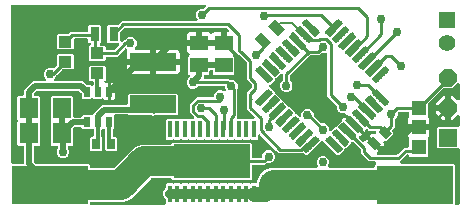
<source format=gbr>
G04 EAGLE Gerber RS-274X export*
G75*
%MOMM*%
%FSLAX34Y34*%
%LPD*%
%INTop Copper*%
%IPPOS*%
%AMOC8*
5,1,8,0,0,1.08239X$1,22.5*%
G01*
%ADD10C,0.137500*%
%ADD11R,3.987800X1.498600*%
%ADD12R,0.517200X0.896100*%
%ADD13R,0.700000X0.900000*%
%ADD14R,1.524000X1.524000*%
%ADD15P,1.649562X8X112.500000*%
%ADD16R,6.451600X3.251200*%
%ADD17R,1.600000X1.800000*%
%ADD18R,1.500000X1.300000*%
%ADD19R,0.354800X1.454900*%
%ADD20R,6.502400X2.870200*%
%ADD21R,1.100000X1.000000*%
%ADD22R,0.800000X1.200000*%
%ADD23R,1.300000X1.300000*%
%ADD24R,1.422400X1.422400*%
%ADD25C,1.422400*%
%ADD26C,0.254000*%
%ADD27C,0.756400*%
%ADD28C,0.508000*%
%ADD29C,0.304800*%
%ADD30C,2.540000*%
%ADD31C,0.812800*%
%ADD32C,1.270000*%
%ADD33C,0.152400*%

G36*
X139800Y10176D02*
X139800Y10176D01*
X139919Y10183D01*
X139957Y10196D01*
X139998Y10201D01*
X140108Y10244D01*
X140221Y10281D01*
X140256Y10303D01*
X140293Y10318D01*
X140389Y10387D01*
X140490Y10451D01*
X140518Y10481D01*
X140551Y10504D01*
X140627Y10596D01*
X140708Y10683D01*
X140728Y10718D01*
X140753Y10749D01*
X140804Y10857D01*
X140862Y10961D01*
X140872Y11001D01*
X140889Y11037D01*
X140911Y11154D01*
X140941Y11269D01*
X140945Y11329D01*
X140949Y11349D01*
X140947Y11370D01*
X140951Y11430D01*
X140951Y14656D01*
X140939Y14754D01*
X140936Y14853D01*
X140919Y14911D01*
X140911Y14971D01*
X140875Y15063D01*
X140847Y15159D01*
X140817Y15211D01*
X140794Y15267D01*
X140736Y15347D01*
X140686Y15433D01*
X140620Y15508D01*
X140608Y15524D01*
X140598Y15532D01*
X140580Y15553D01*
X139512Y16621D01*
X138661Y18675D01*
X138661Y20898D01*
X139512Y22952D01*
X140580Y24020D01*
X140640Y24098D01*
X140708Y24170D01*
X140737Y24223D01*
X140774Y24271D01*
X140814Y24362D01*
X140862Y24449D01*
X140877Y24507D01*
X140901Y24563D01*
X140916Y24661D01*
X140941Y24757D01*
X140947Y24857D01*
X140951Y24877D01*
X140949Y24889D01*
X140951Y24917D01*
X140951Y27693D01*
X141844Y28586D01*
X146671Y28586D01*
X146697Y28566D01*
X146786Y28487D01*
X146822Y28469D01*
X146854Y28444D01*
X146963Y28397D01*
X147069Y28342D01*
X147108Y28334D01*
X147146Y28318D01*
X147263Y28299D01*
X147379Y28273D01*
X147420Y28274D01*
X147460Y28268D01*
X147578Y28279D01*
X147697Y28282D01*
X147736Y28294D01*
X147776Y28298D01*
X147888Y28338D01*
X148003Y28371D01*
X148037Y28391D01*
X148076Y28405D01*
X148174Y28472D01*
X148277Y28532D01*
X148322Y28572D01*
X148339Y28584D01*
X148341Y28586D01*
X153171Y28586D01*
X153197Y28566D01*
X153286Y28487D01*
X153322Y28469D01*
X153354Y28444D01*
X153463Y28397D01*
X153569Y28342D01*
X153608Y28334D01*
X153646Y28318D01*
X153763Y28299D01*
X153879Y28273D01*
X153920Y28274D01*
X153960Y28268D01*
X154078Y28279D01*
X154197Y28282D01*
X154236Y28294D01*
X154276Y28298D01*
X154388Y28338D01*
X154503Y28371D01*
X154537Y28391D01*
X154576Y28405D01*
X154674Y28472D01*
X154777Y28532D01*
X154822Y28572D01*
X154839Y28584D01*
X154841Y28586D01*
X159671Y28586D01*
X159697Y28566D01*
X159786Y28487D01*
X159822Y28469D01*
X159854Y28444D01*
X159963Y28397D01*
X160069Y28342D01*
X160108Y28334D01*
X160146Y28318D01*
X160263Y28299D01*
X160379Y28273D01*
X160420Y28274D01*
X160460Y28268D01*
X160578Y28279D01*
X160697Y28282D01*
X160736Y28294D01*
X160776Y28298D01*
X160888Y28338D01*
X161003Y28371D01*
X161037Y28391D01*
X161076Y28405D01*
X161174Y28472D01*
X161277Y28532D01*
X161322Y28572D01*
X161339Y28584D01*
X161341Y28586D01*
X166171Y28586D01*
X166197Y28566D01*
X166286Y28487D01*
X166322Y28469D01*
X166354Y28444D01*
X166463Y28397D01*
X166569Y28342D01*
X166608Y28334D01*
X166646Y28318D01*
X166763Y28299D01*
X166879Y28273D01*
X166920Y28274D01*
X166960Y28268D01*
X167078Y28279D01*
X167197Y28282D01*
X167236Y28294D01*
X167276Y28298D01*
X167388Y28338D01*
X167503Y28371D01*
X167537Y28391D01*
X167576Y28405D01*
X167674Y28472D01*
X167777Y28532D01*
X167822Y28572D01*
X167839Y28584D01*
X167841Y28586D01*
X172671Y28586D01*
X172697Y28566D01*
X172786Y28487D01*
X172822Y28469D01*
X172854Y28444D01*
X172963Y28397D01*
X173069Y28342D01*
X173108Y28334D01*
X173146Y28318D01*
X173263Y28299D01*
X173379Y28273D01*
X173420Y28274D01*
X173460Y28268D01*
X173578Y28279D01*
X173697Y28282D01*
X173736Y28294D01*
X173776Y28298D01*
X173888Y28338D01*
X174003Y28371D01*
X174037Y28391D01*
X174076Y28405D01*
X174174Y28472D01*
X174277Y28532D01*
X174322Y28572D01*
X174339Y28584D01*
X174341Y28586D01*
X179171Y28586D01*
X179197Y28566D01*
X179286Y28487D01*
X179322Y28469D01*
X179354Y28444D01*
X179463Y28397D01*
X179569Y28343D01*
X179608Y28334D01*
X179646Y28318D01*
X179763Y28299D01*
X179879Y28273D01*
X179920Y28274D01*
X179960Y28268D01*
X180078Y28279D01*
X180197Y28283D01*
X180236Y28294D01*
X180276Y28298D01*
X180389Y28338D01*
X180503Y28371D01*
X180537Y28391D01*
X180576Y28405D01*
X180674Y28472D01*
X180777Y28532D01*
X180822Y28572D01*
X180839Y28584D01*
X180841Y28586D01*
X185671Y28586D01*
X185697Y28566D01*
X185786Y28487D01*
X185822Y28469D01*
X185854Y28444D01*
X185963Y28397D01*
X186069Y28342D01*
X186108Y28334D01*
X186146Y28318D01*
X186263Y28299D01*
X186379Y28273D01*
X186420Y28274D01*
X186460Y28268D01*
X186578Y28279D01*
X186697Y28282D01*
X186736Y28294D01*
X186776Y28298D01*
X186889Y28338D01*
X187003Y28371D01*
X187037Y28391D01*
X187076Y28405D01*
X187174Y28472D01*
X187277Y28532D01*
X187322Y28572D01*
X187339Y28584D01*
X187341Y28586D01*
X192171Y28586D01*
X192196Y28566D01*
X192286Y28487D01*
X192322Y28469D01*
X192354Y28444D01*
X192463Y28397D01*
X192569Y28342D01*
X192609Y28334D01*
X192646Y28318D01*
X192763Y28299D01*
X192879Y28273D01*
X192920Y28274D01*
X192960Y28268D01*
X193078Y28279D01*
X193197Y28283D01*
X193236Y28294D01*
X193276Y28298D01*
X193389Y28338D01*
X193503Y28371D01*
X193537Y28391D01*
X193576Y28405D01*
X193674Y28472D01*
X193777Y28532D01*
X193822Y28572D01*
X193839Y28584D01*
X193841Y28586D01*
X198671Y28586D01*
X198696Y28566D01*
X198786Y28487D01*
X198822Y28469D01*
X198854Y28444D01*
X198963Y28397D01*
X199069Y28342D01*
X199109Y28334D01*
X199146Y28318D01*
X199263Y28299D01*
X199379Y28273D01*
X199420Y28274D01*
X199460Y28268D01*
X199578Y28279D01*
X199697Y28282D01*
X199736Y28294D01*
X199776Y28297D01*
X199889Y28338D01*
X200003Y28371D01*
X200037Y28391D01*
X200076Y28405D01*
X200174Y28472D01*
X200277Y28532D01*
X200322Y28572D01*
X200339Y28584D01*
X200341Y28586D01*
X205171Y28586D01*
X205196Y28566D01*
X205286Y28487D01*
X205322Y28469D01*
X205354Y28444D01*
X205463Y28397D01*
X205569Y28342D01*
X205609Y28334D01*
X205646Y28318D01*
X205763Y28299D01*
X205879Y28273D01*
X205920Y28274D01*
X205960Y28268D01*
X206078Y28279D01*
X206197Y28283D01*
X206236Y28294D01*
X206276Y28298D01*
X206389Y28338D01*
X206503Y28371D01*
X206537Y28391D01*
X206576Y28405D01*
X206674Y28472D01*
X206777Y28532D01*
X206822Y28572D01*
X206839Y28584D01*
X206841Y28586D01*
X211671Y28586D01*
X211696Y28566D01*
X211786Y28487D01*
X211822Y28469D01*
X211854Y28444D01*
X211963Y28397D01*
X212069Y28342D01*
X212109Y28334D01*
X212146Y28318D01*
X212263Y28299D01*
X212379Y28273D01*
X212420Y28274D01*
X212460Y28268D01*
X212578Y28279D01*
X212697Y28282D01*
X212736Y28294D01*
X212776Y28297D01*
X212889Y28338D01*
X213003Y28371D01*
X213037Y28391D01*
X213076Y28405D01*
X213174Y28472D01*
X213277Y28532D01*
X213322Y28572D01*
X213339Y28584D01*
X213341Y28586D01*
X217006Y28586D01*
X217124Y28601D01*
X217243Y28608D01*
X217281Y28621D01*
X217322Y28626D01*
X217432Y28669D01*
X217545Y28706D01*
X217580Y28728D01*
X217617Y28743D01*
X217713Y28813D01*
X217814Y28876D01*
X217842Y28906D01*
X217875Y28929D01*
X217951Y29021D01*
X218032Y29108D01*
X218052Y29143D01*
X218077Y29174D01*
X218128Y29282D01*
X218186Y29386D01*
X218196Y29426D01*
X218213Y29462D01*
X218235Y29579D01*
X218265Y29694D01*
X218269Y29755D01*
X218273Y29775D01*
X218271Y29795D01*
X218275Y29855D01*
X218275Y30330D01*
X220441Y35558D01*
X224442Y39559D01*
X229670Y41725D01*
X268337Y41725D01*
X268386Y41731D01*
X268436Y41729D01*
X268543Y41751D01*
X268652Y41765D01*
X268699Y41783D01*
X268747Y41793D01*
X268846Y41841D01*
X268948Y41882D01*
X268988Y41911D01*
X269033Y41933D01*
X269117Y42004D01*
X269205Y42068D01*
X269237Y42107D01*
X269275Y42139D01*
X269338Y42229D01*
X269408Y42313D01*
X269429Y42358D01*
X269458Y42399D01*
X269497Y42502D01*
X269544Y42601D01*
X269553Y42650D01*
X269571Y42696D01*
X269583Y42806D01*
X269604Y42913D01*
X269601Y42963D01*
X269606Y43012D01*
X269591Y43121D01*
X269584Y43231D01*
X269569Y43278D01*
X269562Y43327D01*
X269510Y43480D01*
X268693Y45450D01*
X268693Y47562D01*
X269501Y49512D01*
X270994Y51005D01*
X272944Y51813D01*
X275056Y51813D01*
X277006Y51005D01*
X278499Y49512D01*
X279307Y47562D01*
X279307Y45450D01*
X278490Y43480D01*
X278477Y43432D01*
X278456Y43387D01*
X278436Y43279D01*
X278407Y43173D01*
X278406Y43123D01*
X278396Y43074D01*
X278403Y42965D01*
X278401Y42855D01*
X278413Y42807D01*
X278416Y42757D01*
X278450Y42653D01*
X278476Y42546D01*
X278499Y42502D01*
X278514Y42455D01*
X278573Y42362D01*
X278624Y42265D01*
X278658Y42228D01*
X278684Y42186D01*
X278764Y42111D01*
X278838Y42029D01*
X278880Y42002D01*
X278916Y41968D01*
X279012Y41915D01*
X279104Y41855D01*
X279151Y41838D01*
X279194Y41814D01*
X279301Y41787D01*
X279405Y41751D01*
X279454Y41747D01*
X279502Y41735D01*
X279663Y41725D01*
X316748Y41725D01*
X316866Y41740D01*
X316985Y41747D01*
X317023Y41760D01*
X317064Y41765D01*
X317174Y41808D01*
X317287Y41845D01*
X317322Y41867D01*
X317359Y41882D01*
X317455Y41951D01*
X317556Y42015D01*
X317584Y42045D01*
X317617Y42068D01*
X317693Y42160D01*
X317774Y42247D01*
X317794Y42282D01*
X317819Y42313D01*
X317870Y42421D01*
X317928Y42525D01*
X317938Y42565D01*
X317955Y42601D01*
X317977Y42718D01*
X318007Y42833D01*
X318011Y42893D01*
X318015Y42913D01*
X318013Y42934D01*
X318017Y42994D01*
X318017Y44388D01*
X318668Y45039D01*
X318753Y45148D01*
X318842Y45255D01*
X318851Y45274D01*
X318863Y45290D01*
X318918Y45417D01*
X318978Y45543D01*
X318981Y45563D01*
X318990Y45582D01*
X319011Y45720D01*
X319037Y45856D01*
X319036Y45876D01*
X319039Y45896D01*
X319026Y46035D01*
X319018Y46173D01*
X319011Y46192D01*
X319010Y46212D01*
X318962Y46344D01*
X318920Y46475D01*
X318909Y46493D01*
X318902Y46512D01*
X318824Y46627D01*
X318749Y46744D01*
X318735Y46758D01*
X318723Y46775D01*
X318619Y46867D01*
X318518Y46962D01*
X318500Y46972D01*
X318485Y46985D01*
X318361Y47048D01*
X318239Y47116D01*
X318220Y47121D01*
X318202Y47130D01*
X318066Y47160D01*
X317931Y47195D01*
X317903Y47197D01*
X317891Y47200D01*
X317871Y47199D01*
X317771Y47205D01*
X312842Y47205D01*
X310834Y49214D01*
X306205Y53842D01*
X306205Y56746D01*
X306193Y56844D01*
X306190Y56943D01*
X306173Y57001D01*
X306165Y57062D01*
X306129Y57154D01*
X306101Y57249D01*
X306071Y57301D01*
X306048Y57357D01*
X305990Y57437D01*
X305940Y57523D01*
X305874Y57598D01*
X305862Y57615D01*
X305852Y57622D01*
X305834Y57644D01*
X300023Y63454D01*
X299913Y63539D01*
X299806Y63628D01*
X299788Y63637D01*
X299772Y63649D01*
X299644Y63704D01*
X299518Y63763D01*
X299499Y63767D01*
X299480Y63775D01*
X299342Y63797D01*
X299206Y63823D01*
X299186Y63822D01*
X299166Y63825D01*
X299027Y63812D01*
X298889Y63804D01*
X298869Y63797D01*
X298849Y63795D01*
X298718Y63748D01*
X298586Y63705D01*
X298569Y63695D01*
X298550Y63688D01*
X298435Y63610D01*
X298317Y63535D01*
X298303Y63521D01*
X298287Y63509D01*
X298195Y63405D01*
X298099Y63304D01*
X298090Y63286D01*
X298076Y63271D01*
X298013Y63147D01*
X297946Y63025D01*
X297941Y63006D01*
X297932Y62988D01*
X297901Y62852D01*
X297866Y62717D01*
X297865Y62689D01*
X297862Y62677D01*
X297863Y62657D01*
X297856Y62557D01*
X297856Y62472D01*
X293644Y58259D01*
X293469Y58259D01*
X293350Y58244D01*
X293232Y58237D01*
X293193Y58225D01*
X293153Y58220D01*
X293042Y58176D01*
X292929Y58139D01*
X292895Y58117D01*
X292857Y58103D01*
X292761Y58033D01*
X292661Y57969D01*
X292633Y57939D01*
X292600Y57916D01*
X292524Y57824D01*
X292443Y57737D01*
X292423Y57702D01*
X292397Y57671D01*
X292347Y57563D01*
X292289Y57459D01*
X292279Y57420D01*
X292262Y57383D01*
X292239Y57266D01*
X292210Y57151D01*
X292206Y57091D01*
X292202Y57071D01*
X292203Y57050D01*
X292199Y56990D01*
X292199Y56815D01*
X287987Y52603D01*
X286154Y52603D01*
X274497Y64259D01*
X274403Y64332D01*
X274314Y64411D01*
X274278Y64429D01*
X274246Y64454D01*
X274137Y64501D01*
X274031Y64555D01*
X273992Y64564D01*
X273954Y64580D01*
X273837Y64599D01*
X273721Y64625D01*
X273680Y64624D01*
X273640Y64630D01*
X273522Y64619D01*
X273403Y64615D01*
X273364Y64604D01*
X273324Y64600D01*
X273211Y64560D01*
X273097Y64527D01*
X273062Y64507D01*
X273024Y64493D01*
X272926Y64426D01*
X272823Y64366D01*
X272778Y64326D01*
X272761Y64314D01*
X272748Y64299D01*
X272702Y64259D01*
X261046Y52603D01*
X259213Y52603D01*
X257992Y53824D01*
X257914Y53884D01*
X257842Y53952D01*
X257789Y53981D01*
X257741Y54019D01*
X257650Y54058D01*
X257563Y54106D01*
X257505Y54121D01*
X257449Y54145D01*
X257351Y54161D01*
X257255Y54185D01*
X257155Y54192D01*
X257135Y54195D01*
X257123Y54194D01*
X257095Y54195D01*
X236552Y54195D01*
X234543Y56204D01*
X221215Y69532D01*
X221106Y69618D01*
X220999Y69706D01*
X220980Y69715D01*
X220964Y69727D01*
X220836Y69783D01*
X220711Y69842D01*
X220691Y69846D01*
X220672Y69854D01*
X220534Y69876D01*
X220398Y69902D01*
X220378Y69900D01*
X220358Y69903D01*
X220219Y69890D01*
X220081Y69882D01*
X220062Y69876D01*
X220042Y69874D01*
X219910Y69826D01*
X219779Y69784D01*
X219761Y69773D01*
X219742Y69766D01*
X219627Y69688D01*
X219510Y69614D01*
X219496Y69599D01*
X219479Y69587D01*
X219387Y69483D01*
X219292Y69382D01*
X219282Y69364D01*
X219269Y69349D01*
X219205Y69225D01*
X219138Y69103D01*
X219133Y69084D01*
X219124Y69066D01*
X219094Y68930D01*
X219059Y68796D01*
X219057Y68767D01*
X219054Y68755D01*
X219055Y68735D01*
X219049Y68635D01*
X219049Y66307D01*
X218156Y65414D01*
X213329Y65414D01*
X213303Y65434D01*
X213214Y65513D01*
X213178Y65531D01*
X213146Y65556D01*
X213037Y65603D01*
X212931Y65658D01*
X212892Y65666D01*
X212854Y65682D01*
X212737Y65701D01*
X212621Y65727D01*
X212580Y65726D01*
X212540Y65732D01*
X212422Y65721D01*
X212303Y65718D01*
X212264Y65706D01*
X212224Y65702D01*
X212112Y65662D01*
X211997Y65629D01*
X211963Y65609D01*
X211924Y65595D01*
X211826Y65528D01*
X211723Y65468D01*
X211678Y65428D01*
X211661Y65416D01*
X211659Y65414D01*
X206829Y65414D01*
X206804Y65434D01*
X206714Y65513D01*
X206678Y65531D01*
X206646Y65556D01*
X206537Y65603D01*
X206431Y65658D01*
X206391Y65666D01*
X206354Y65682D01*
X206237Y65701D01*
X206121Y65727D01*
X206080Y65726D01*
X206040Y65732D01*
X205922Y65721D01*
X205803Y65717D01*
X205764Y65706D01*
X205724Y65702D01*
X205611Y65662D01*
X205497Y65629D01*
X205463Y65609D01*
X205424Y65595D01*
X205326Y65528D01*
X205223Y65468D01*
X205178Y65428D01*
X205161Y65416D01*
X205159Y65414D01*
X200329Y65414D01*
X200304Y65434D01*
X200214Y65513D01*
X200178Y65531D01*
X200146Y65556D01*
X200037Y65603D01*
X199931Y65658D01*
X199891Y65666D01*
X199854Y65682D01*
X199737Y65701D01*
X199621Y65727D01*
X199580Y65726D01*
X199540Y65732D01*
X199422Y65721D01*
X199303Y65718D01*
X199264Y65706D01*
X199224Y65703D01*
X199111Y65662D01*
X198997Y65629D01*
X198963Y65609D01*
X198924Y65595D01*
X198826Y65528D01*
X198723Y65468D01*
X198678Y65428D01*
X198661Y65416D01*
X198659Y65414D01*
X193829Y65414D01*
X193804Y65434D01*
X193714Y65513D01*
X193678Y65531D01*
X193646Y65556D01*
X193537Y65603D01*
X193431Y65658D01*
X193391Y65666D01*
X193354Y65682D01*
X193237Y65701D01*
X193121Y65727D01*
X193080Y65726D01*
X193040Y65732D01*
X192922Y65721D01*
X192803Y65717D01*
X192764Y65706D01*
X192724Y65702D01*
X192611Y65662D01*
X192497Y65629D01*
X192463Y65609D01*
X192424Y65595D01*
X192326Y65528D01*
X192223Y65468D01*
X192178Y65428D01*
X192161Y65416D01*
X192159Y65414D01*
X187329Y65414D01*
X187304Y65434D01*
X187214Y65513D01*
X187178Y65531D01*
X187146Y65556D01*
X187037Y65603D01*
X186931Y65658D01*
X186891Y65666D01*
X186854Y65682D01*
X186737Y65701D01*
X186621Y65727D01*
X186580Y65726D01*
X186540Y65732D01*
X186422Y65721D01*
X186303Y65718D01*
X186264Y65706D01*
X186224Y65703D01*
X186111Y65662D01*
X185997Y65629D01*
X185963Y65609D01*
X185924Y65595D01*
X185826Y65528D01*
X185723Y65468D01*
X185678Y65428D01*
X185661Y65416D01*
X185659Y65414D01*
X180829Y65414D01*
X180804Y65434D01*
X180714Y65513D01*
X180678Y65531D01*
X180646Y65556D01*
X180537Y65603D01*
X180431Y65658D01*
X180391Y65666D01*
X180354Y65682D01*
X180237Y65701D01*
X180121Y65727D01*
X180080Y65726D01*
X180040Y65732D01*
X179922Y65721D01*
X179803Y65717D01*
X179764Y65706D01*
X179724Y65702D01*
X179611Y65662D01*
X179497Y65629D01*
X179463Y65609D01*
X179424Y65595D01*
X179326Y65528D01*
X179223Y65468D01*
X179178Y65428D01*
X179161Y65416D01*
X179159Y65414D01*
X174329Y65414D01*
X174304Y65434D01*
X174214Y65513D01*
X174178Y65531D01*
X174146Y65556D01*
X174037Y65603D01*
X173931Y65658D01*
X173891Y65666D01*
X173854Y65682D01*
X173737Y65701D01*
X173621Y65727D01*
X173580Y65726D01*
X173540Y65732D01*
X173422Y65721D01*
X173303Y65718D01*
X173264Y65706D01*
X173224Y65703D01*
X173111Y65662D01*
X172997Y65629D01*
X172963Y65609D01*
X172924Y65595D01*
X172826Y65528D01*
X172723Y65468D01*
X172678Y65428D01*
X172661Y65416D01*
X172659Y65414D01*
X167829Y65414D01*
X167804Y65434D01*
X167714Y65513D01*
X167678Y65531D01*
X167646Y65556D01*
X167537Y65603D01*
X167431Y65658D01*
X167391Y65666D01*
X167354Y65682D01*
X167237Y65701D01*
X167121Y65727D01*
X167080Y65726D01*
X167040Y65732D01*
X166922Y65721D01*
X166803Y65717D01*
X166764Y65706D01*
X166724Y65702D01*
X166611Y65662D01*
X166497Y65629D01*
X166463Y65609D01*
X166424Y65595D01*
X166326Y65528D01*
X166223Y65468D01*
X166178Y65428D01*
X166161Y65416D01*
X166159Y65414D01*
X161329Y65414D01*
X161304Y65434D01*
X161214Y65513D01*
X161178Y65531D01*
X161146Y65556D01*
X161037Y65603D01*
X160931Y65658D01*
X160891Y65666D01*
X160854Y65682D01*
X160737Y65701D01*
X160621Y65727D01*
X160580Y65726D01*
X160540Y65732D01*
X160422Y65721D01*
X160303Y65718D01*
X160264Y65706D01*
X160224Y65703D01*
X160111Y65662D01*
X159997Y65629D01*
X159963Y65609D01*
X159924Y65595D01*
X159826Y65528D01*
X159723Y65468D01*
X159678Y65428D01*
X159661Y65416D01*
X159659Y65414D01*
X154829Y65414D01*
X154804Y65434D01*
X154714Y65513D01*
X154678Y65531D01*
X154646Y65556D01*
X154537Y65603D01*
X154431Y65658D01*
X154391Y65666D01*
X154354Y65682D01*
X154237Y65701D01*
X154121Y65727D01*
X154080Y65726D01*
X154040Y65732D01*
X153922Y65721D01*
X153803Y65717D01*
X153764Y65706D01*
X153724Y65702D01*
X153611Y65662D01*
X153497Y65629D01*
X153463Y65609D01*
X153424Y65595D01*
X153326Y65528D01*
X153223Y65468D01*
X153178Y65428D01*
X153161Y65416D01*
X153159Y65414D01*
X148329Y65414D01*
X148304Y65434D01*
X148214Y65513D01*
X148178Y65531D01*
X148146Y65556D01*
X148037Y65603D01*
X147931Y65658D01*
X147891Y65666D01*
X147854Y65682D01*
X147737Y65701D01*
X147621Y65727D01*
X147580Y65726D01*
X147540Y65732D01*
X147422Y65721D01*
X147303Y65718D01*
X147264Y65706D01*
X147224Y65703D01*
X147111Y65662D01*
X146997Y65629D01*
X146963Y65609D01*
X146924Y65595D01*
X146826Y65528D01*
X146723Y65468D01*
X146678Y65428D01*
X146661Y65416D01*
X146659Y65414D01*
X141844Y65414D01*
X140951Y66307D01*
X140951Y82120D01*
X141844Y83013D01*
X146671Y83013D01*
X146696Y82993D01*
X146786Y82914D01*
X146822Y82896D01*
X146854Y82871D01*
X146963Y82824D01*
X147069Y82769D01*
X147109Y82761D01*
X147146Y82744D01*
X147263Y82726D01*
X147379Y82700D01*
X147420Y82701D01*
X147460Y82695D01*
X147578Y82706D01*
X147697Y82709D01*
X147736Y82721D01*
X147776Y82724D01*
X147889Y82765D01*
X148003Y82798D01*
X148038Y82818D01*
X148076Y82832D01*
X148174Y82899D01*
X148277Y82959D01*
X148322Y82999D01*
X148339Y83011D01*
X148341Y83013D01*
X153171Y83013D01*
X153196Y82993D01*
X153286Y82914D01*
X153322Y82896D01*
X153354Y82871D01*
X153463Y82824D01*
X153569Y82769D01*
X153609Y82761D01*
X153646Y82745D01*
X153763Y82726D01*
X153879Y82700D01*
X153920Y82701D01*
X153960Y82695D01*
X154078Y82706D01*
X154197Y82709D01*
X154236Y82721D01*
X154276Y82724D01*
X154389Y82765D01*
X154503Y82798D01*
X154538Y82818D01*
X154576Y82832D01*
X154674Y82899D01*
X154777Y82959D01*
X154822Y82999D01*
X154839Y83011D01*
X154841Y83013D01*
X159671Y83013D01*
X159696Y82993D01*
X159786Y82914D01*
X159822Y82896D01*
X159854Y82871D01*
X159963Y82824D01*
X160069Y82769D01*
X160109Y82761D01*
X160146Y82744D01*
X160263Y82726D01*
X160379Y82700D01*
X160420Y82701D01*
X160460Y82695D01*
X160578Y82706D01*
X160697Y82709D01*
X160736Y82721D01*
X160776Y82724D01*
X160889Y82765D01*
X161003Y82798D01*
X161038Y82818D01*
X161076Y82832D01*
X161174Y82899D01*
X161277Y82959D01*
X161322Y82999D01*
X161339Y83011D01*
X161341Y83013D01*
X163671Y83013D01*
X163808Y83030D01*
X163947Y83043D01*
X163966Y83050D01*
X163986Y83053D01*
X164115Y83104D01*
X164246Y83151D01*
X164263Y83162D01*
X164282Y83170D01*
X164395Y83251D01*
X164510Y83329D01*
X164523Y83345D01*
X164539Y83356D01*
X164628Y83464D01*
X164720Y83568D01*
X164729Y83586D01*
X164742Y83601D01*
X164801Y83727D01*
X164865Y83851D01*
X164869Y83871D01*
X164878Y83889D01*
X164904Y84025D01*
X164934Y84161D01*
X164934Y84182D01*
X164938Y84201D01*
X164929Y84340D01*
X164925Y84479D01*
X164919Y84499D01*
X164918Y84519D01*
X164875Y84651D01*
X164836Y84785D01*
X164826Y84802D01*
X164820Y84821D01*
X164745Y84939D01*
X164675Y85059D01*
X164656Y85080D01*
X164650Y85090D01*
X164635Y85104D01*
X164568Y85179D01*
X161629Y88119D01*
X161629Y95881D01*
X167119Y101371D01*
X180424Y101371D01*
X180542Y101386D01*
X180661Y101393D01*
X180699Y101406D01*
X180740Y101411D01*
X180850Y101454D01*
X180963Y101491D01*
X180998Y101513D01*
X181035Y101528D01*
X181131Y101597D01*
X181232Y101661D01*
X181260Y101691D01*
X181293Y101714D01*
X181368Y101806D01*
X181450Y101893D01*
X181470Y101928D01*
X181495Y101959D01*
X181546Y102067D01*
X181604Y102171D01*
X181614Y102211D01*
X181631Y102247D01*
X181653Y102364D01*
X181683Y102479D01*
X181687Y102539D01*
X181691Y102559D01*
X181689Y102580D01*
X181693Y102640D01*
X181693Y103056D01*
X182501Y105006D01*
X183994Y106499D01*
X185944Y107307D01*
X188056Y107307D01*
X190081Y106468D01*
X190215Y106431D01*
X190348Y106390D01*
X190368Y106389D01*
X190388Y106384D01*
X190527Y106382D01*
X190666Y106375D01*
X190685Y106379D01*
X190706Y106379D01*
X190841Y106411D01*
X190977Y106439D01*
X190995Y106448D01*
X191015Y106453D01*
X191138Y106518D01*
X191263Y106579D01*
X191278Y106592D01*
X191296Y106602D01*
X191399Y106695D01*
X191505Y106785D01*
X191516Y106802D01*
X191531Y106816D01*
X191608Y106932D01*
X191688Y107045D01*
X191695Y107064D01*
X191706Y107081D01*
X191751Y107212D01*
X191801Y107343D01*
X191803Y107363D01*
X191809Y107382D01*
X191820Y107521D01*
X191836Y107659D01*
X191833Y107679D01*
X191835Y107699D01*
X191811Y107836D01*
X191791Y107974D01*
X191782Y108000D01*
X191780Y108012D01*
X191772Y108031D01*
X191739Y108126D01*
X191193Y109444D01*
X191193Y109936D01*
X191178Y110054D01*
X191171Y110173D01*
X191158Y110211D01*
X191153Y110252D01*
X191110Y110362D01*
X191073Y110475D01*
X191051Y110510D01*
X191036Y110547D01*
X190967Y110643D01*
X190903Y110744D01*
X190873Y110772D01*
X190850Y110805D01*
X190758Y110881D01*
X190671Y110962D01*
X190636Y110982D01*
X190605Y111007D01*
X190497Y111058D01*
X190393Y111116D01*
X190353Y111126D01*
X190317Y111143D01*
X190200Y111165D01*
X190085Y111195D01*
X190025Y111199D01*
X190005Y111203D01*
X189984Y111201D01*
X189924Y111205D01*
X169236Y111205D01*
X169138Y111193D01*
X169039Y111190D01*
X168980Y111173D01*
X168920Y111165D01*
X168828Y111129D01*
X168733Y111101D01*
X168681Y111071D01*
X168625Y111048D01*
X168544Y110990D01*
X168459Y110940D01*
X168384Y110874D01*
X168367Y110862D01*
X168359Y110852D01*
X168338Y110834D01*
X167006Y109501D01*
X165056Y108693D01*
X162944Y108693D01*
X160994Y109501D01*
X159501Y110994D01*
X158693Y112944D01*
X158693Y115056D01*
X159501Y117006D01*
X161022Y118527D01*
X161095Y118621D01*
X161174Y118710D01*
X161192Y118746D01*
X161217Y118778D01*
X161264Y118888D01*
X161318Y118993D01*
X161327Y119033D01*
X161343Y119070D01*
X161362Y119188D01*
X161388Y119304D01*
X161387Y119344D01*
X161393Y119384D01*
X161382Y119503D01*
X161378Y119622D01*
X161367Y119660D01*
X161363Y119701D01*
X161323Y119813D01*
X161290Y119927D01*
X161269Y119962D01*
X161256Y120000D01*
X161189Y120099D01*
X161128Y120201D01*
X161089Y120246D01*
X161077Y120263D01*
X161062Y120277D01*
X161022Y120322D01*
X159975Y121368D01*
X159975Y135632D01*
X160907Y136564D01*
X160984Y136663D01*
X161067Y136758D01*
X161082Y136788D01*
X161102Y136815D01*
X161152Y136930D01*
X161208Y137043D01*
X161215Y137076D01*
X161229Y137107D01*
X161248Y137231D01*
X161274Y137354D01*
X161273Y137387D01*
X161278Y137421D01*
X161267Y137546D01*
X161261Y137672D01*
X161252Y137704D01*
X161249Y137737D01*
X161206Y137856D01*
X161170Y137976D01*
X161152Y138005D01*
X161141Y138037D01*
X161070Y138141D01*
X161005Y138248D01*
X160981Y138272D01*
X160962Y138300D01*
X160868Y138383D01*
X160778Y138471D01*
X160738Y138498D01*
X160724Y138510D01*
X160705Y138520D01*
X160644Y138560D01*
X159940Y138967D01*
X159467Y139440D01*
X159132Y140019D01*
X158959Y140666D01*
X158959Y144961D01*
X167730Y144961D01*
X167848Y144976D01*
X167967Y144983D01*
X168005Y144996D01*
X168045Y145001D01*
X168156Y145044D01*
X168269Y145081D01*
X168304Y145103D01*
X168341Y145118D01*
X168437Y145188D01*
X168538Y145251D01*
X168566Y145281D01*
X168598Y145305D01*
X168674Y145396D01*
X168756Y145483D01*
X168775Y145518D01*
X168801Y145549D01*
X168852Y145657D01*
X168909Y145761D01*
X168920Y145801D01*
X168937Y145837D01*
X168959Y145954D01*
X168989Y146069D01*
X168993Y146130D01*
X168997Y146150D01*
X168995Y146170D01*
X168999Y146230D01*
X168999Y147501D01*
X169001Y147501D01*
X169001Y146230D01*
X169016Y146112D01*
X169023Y145993D01*
X169036Y145955D01*
X169041Y145915D01*
X169085Y145804D01*
X169121Y145691D01*
X169143Y145656D01*
X169158Y145619D01*
X169228Y145523D01*
X169291Y145422D01*
X169321Y145394D01*
X169345Y145361D01*
X169436Y145286D01*
X169523Y145204D01*
X169558Y145184D01*
X169590Y145159D01*
X169697Y145108D01*
X169801Y145050D01*
X169841Y145040D01*
X169877Y145023D01*
X169994Y145001D01*
X170109Y144971D01*
X170170Y144967D01*
X170190Y144963D01*
X170210Y144965D01*
X170270Y144961D01*
X188730Y144961D01*
X188848Y144976D01*
X188967Y144983D01*
X189005Y144996D01*
X189045Y145001D01*
X189156Y145044D01*
X189269Y145081D01*
X189304Y145103D01*
X189341Y145118D01*
X189437Y145188D01*
X189538Y145251D01*
X189566Y145281D01*
X189598Y145305D01*
X189674Y145396D01*
X189756Y145483D01*
X189775Y145518D01*
X189801Y145549D01*
X189852Y145657D01*
X189909Y145761D01*
X189920Y145801D01*
X189937Y145837D01*
X189959Y145954D01*
X189989Y146069D01*
X189993Y146130D01*
X189997Y146150D01*
X189995Y146170D01*
X189999Y146230D01*
X189999Y147501D01*
X191270Y147501D01*
X191388Y147516D01*
X191507Y147523D01*
X191545Y147536D01*
X191585Y147541D01*
X191696Y147585D01*
X191809Y147621D01*
X191844Y147643D01*
X191881Y147658D01*
X191977Y147728D01*
X192078Y147791D01*
X192106Y147821D01*
X192138Y147845D01*
X192214Y147936D01*
X192296Y148023D01*
X192315Y148058D01*
X192341Y148090D01*
X192392Y148197D01*
X192449Y148301D01*
X192460Y148341D01*
X192477Y148377D01*
X192499Y148494D01*
X192529Y148609D01*
X192533Y148670D01*
X192537Y148690D01*
X192535Y148710D01*
X192539Y148770D01*
X192539Y156541D01*
X193443Y156541D01*
X193581Y156558D01*
X193719Y156571D01*
X193738Y156578D01*
X193758Y156581D01*
X193887Y156632D01*
X194018Y156679D01*
X194035Y156690D01*
X194054Y156698D01*
X194166Y156779D01*
X194281Y156857D01*
X194295Y156873D01*
X194311Y156884D01*
X194400Y156992D01*
X194492Y157096D01*
X194501Y157114D01*
X194514Y157129D01*
X194573Y157255D01*
X194637Y157379D01*
X194641Y157399D01*
X194650Y157417D01*
X194676Y157553D01*
X194706Y157689D01*
X194706Y157710D01*
X194709Y157729D01*
X194701Y157868D01*
X194697Y158007D01*
X194691Y158027D01*
X194690Y158047D01*
X194647Y158179D01*
X194608Y158313D01*
X194598Y158330D01*
X194592Y158349D01*
X194517Y158467D01*
X194447Y158587D01*
X194428Y158608D01*
X194421Y158618D01*
X194406Y158632D01*
X194340Y158707D01*
X193214Y159834D01*
X193136Y159894D01*
X193064Y159962D01*
X193011Y159991D01*
X192963Y160028D01*
X192872Y160068D01*
X192785Y160116D01*
X192727Y160131D01*
X192671Y160155D01*
X192573Y160170D01*
X192477Y160195D01*
X192377Y160201D01*
X192357Y160205D01*
X192345Y160203D01*
X192317Y160205D01*
X106683Y160205D01*
X106585Y160193D01*
X106486Y160190D01*
X106428Y160173D01*
X106368Y160165D01*
X106276Y160129D01*
X106181Y160101D01*
X106128Y160071D01*
X106072Y160048D01*
X105992Y159990D01*
X105907Y159940D01*
X105831Y159874D01*
X105815Y159862D01*
X105807Y159852D01*
X105786Y159834D01*
X102896Y156944D01*
X102836Y156866D01*
X102768Y156794D01*
X102739Y156741D01*
X102702Y156693D01*
X102662Y156602D01*
X102614Y156515D01*
X102599Y156457D01*
X102575Y156401D01*
X102560Y156303D01*
X102535Y156207D01*
X102529Y156107D01*
X102525Y156087D01*
X102527Y156075D01*
X102525Y156047D01*
X102525Y149541D01*
X102542Y149403D01*
X102555Y149265D01*
X102562Y149246D01*
X102565Y149226D01*
X102616Y149097D01*
X102663Y148966D01*
X102674Y148949D01*
X102682Y148930D01*
X102763Y148818D01*
X102841Y148703D01*
X102857Y148689D01*
X102868Y148673D01*
X102976Y148584D01*
X103080Y148492D01*
X103098Y148483D01*
X103113Y148470D01*
X103239Y148411D01*
X103363Y148347D01*
X103383Y148343D01*
X103401Y148334D01*
X103538Y148308D01*
X103673Y148278D01*
X103694Y148278D01*
X103713Y148275D01*
X103852Y148283D01*
X103991Y148287D01*
X104011Y148293D01*
X104031Y148294D01*
X104163Y148337D01*
X104297Y148376D01*
X104314Y148386D01*
X104333Y148392D01*
X104451Y148467D01*
X104571Y148537D01*
X104592Y148556D01*
X104602Y148563D01*
X104616Y148578D01*
X104691Y148644D01*
X105754Y149707D01*
X105764Y149707D01*
X105862Y149719D01*
X105961Y149722D01*
X106020Y149739D01*
X106080Y149747D01*
X106172Y149783D01*
X106267Y149811D01*
X106319Y149841D01*
X106375Y149864D01*
X106455Y149922D01*
X106541Y149972D01*
X106616Y150038D01*
X106633Y150050D01*
X106640Y150060D01*
X106662Y150078D01*
X107994Y151411D01*
X109944Y152219D01*
X112056Y152219D01*
X114006Y151411D01*
X115499Y149918D01*
X116307Y147968D01*
X116307Y145856D01*
X115499Y143906D01*
X115193Y143601D01*
X115108Y143491D01*
X115019Y143384D01*
X115011Y143365D01*
X114998Y143349D01*
X114943Y143221D01*
X114884Y143096D01*
X114880Y143076D01*
X114872Y143057D01*
X114850Y142919D01*
X114824Y142783D01*
X114825Y142763D01*
X114822Y142743D01*
X114835Y142604D01*
X114844Y142466D01*
X114850Y142447D01*
X114852Y142427D01*
X114899Y142296D01*
X114942Y142164D01*
X114953Y142146D01*
X114960Y142127D01*
X115038Y142013D01*
X115112Y141895D01*
X115127Y141881D01*
X115138Y141864D01*
X115242Y141772D01*
X115344Y141677D01*
X115361Y141667D01*
X115377Y141654D01*
X115501Y141590D01*
X115622Y141523D01*
X115642Y141518D01*
X115660Y141509D01*
X115796Y141479D01*
X115930Y141444D01*
X115958Y141442D01*
X115970Y141439D01*
X115991Y141440D01*
X116091Y141434D01*
X127761Y141434D01*
X127761Y133939D01*
X107820Y133939D01*
X107820Y139227D01*
X107993Y139874D01*
X108336Y140467D01*
X108340Y140471D01*
X108400Y140562D01*
X108468Y140649D01*
X108488Y140695D01*
X108515Y140737D01*
X108551Y140840D01*
X108594Y140941D01*
X108602Y140990D01*
X108618Y141037D01*
X108627Y141147D01*
X108644Y141255D01*
X108639Y141305D01*
X108643Y141354D01*
X108625Y141462D01*
X108614Y141572D01*
X108597Y141619D01*
X108589Y141668D01*
X108544Y141768D01*
X108507Y141871D01*
X108479Y141912D01*
X108458Y141958D01*
X108390Y142043D01*
X108328Y142134D01*
X108291Y142167D01*
X108260Y142206D01*
X108172Y142272D01*
X108090Y142345D01*
X108045Y142367D01*
X108006Y142397D01*
X107969Y142415D01*
X107894Y142482D01*
X107858Y142500D01*
X107826Y142525D01*
X107717Y142572D01*
X107611Y142626D01*
X107571Y142635D01*
X107534Y142651D01*
X107417Y142670D01*
X107300Y142696D01*
X107260Y142695D01*
X107220Y142701D01*
X107102Y142690D01*
X106983Y142686D01*
X106944Y142675D01*
X106904Y142671D01*
X106791Y142631D01*
X106677Y142598D01*
X106642Y142577D01*
X106604Y142564D01*
X106506Y142497D01*
X106403Y142436D01*
X106358Y142397D01*
X106341Y142385D01*
X106328Y142370D01*
X106282Y142330D01*
X99658Y135705D01*
X91294Y135705D01*
X91176Y135690D01*
X91057Y135683D01*
X91019Y135670D01*
X90978Y135665D01*
X90868Y135622D01*
X90755Y135585D01*
X90720Y135563D01*
X90683Y135548D01*
X90587Y135479D01*
X90486Y135415D01*
X90458Y135385D01*
X90425Y135362D01*
X90349Y135270D01*
X90268Y135183D01*
X90248Y135148D01*
X90223Y135117D01*
X90172Y135009D01*
X90114Y134905D01*
X90104Y134865D01*
X90087Y134829D01*
X90065Y134712D01*
X90035Y134597D01*
X90031Y134537D01*
X90027Y134517D01*
X90029Y134496D01*
X90025Y134436D01*
X90025Y132868D01*
X89132Y131975D01*
X76868Y131975D01*
X75975Y132868D01*
X75975Y144132D01*
X77152Y145309D01*
X77237Y145418D01*
X77326Y145525D01*
X77335Y145544D01*
X77347Y145560D01*
X77403Y145688D01*
X77462Y145813D01*
X77465Y145833D01*
X77474Y145852D01*
X77495Y145990D01*
X77521Y146126D01*
X77520Y146146D01*
X77523Y146166D01*
X77510Y146305D01*
X77502Y146443D01*
X77495Y146462D01*
X77494Y146482D01*
X77446Y146614D01*
X77404Y146745D01*
X77393Y146763D01*
X77386Y146782D01*
X77308Y146897D01*
X77233Y147014D01*
X77219Y147028D01*
X77207Y147045D01*
X77103Y147137D01*
X77002Y147232D01*
X76984Y147242D01*
X76969Y147255D01*
X76845Y147319D01*
X76723Y147386D01*
X76704Y147391D01*
X76686Y147400D01*
X76550Y147430D01*
X76415Y147465D01*
X76387Y147467D01*
X76375Y147470D01*
X76374Y147469D01*
X75475Y148368D01*
X75475Y149936D01*
X75460Y150054D01*
X75453Y150173D01*
X75440Y150211D01*
X75435Y150252D01*
X75392Y150362D01*
X75355Y150475D01*
X75333Y150510D01*
X75318Y150547D01*
X75249Y150643D01*
X75185Y150744D01*
X75155Y150772D01*
X75132Y150805D01*
X75040Y150881D01*
X74953Y150962D01*
X74918Y150982D01*
X74887Y151007D01*
X74779Y151058D01*
X74675Y151116D01*
X74635Y151126D01*
X74599Y151143D01*
X74482Y151165D01*
X74367Y151195D01*
X74307Y151199D01*
X74287Y151203D01*
X74266Y151201D01*
X74206Y151205D01*
X64294Y151205D01*
X64176Y151190D01*
X64057Y151183D01*
X64019Y151170D01*
X63978Y151165D01*
X63868Y151122D01*
X63755Y151085D01*
X63720Y151063D01*
X63683Y151048D01*
X63587Y150979D01*
X63486Y150915D01*
X63458Y150885D01*
X63425Y150862D01*
X63349Y150770D01*
X63268Y150683D01*
X63248Y150648D01*
X63223Y150617D01*
X63172Y150509D01*
X63114Y150405D01*
X63104Y150365D01*
X63087Y150329D01*
X63065Y150212D01*
X63035Y150097D01*
X63031Y150037D01*
X63027Y150017D01*
X63029Y149996D01*
X63025Y149936D01*
X63025Y142868D01*
X62132Y141975D01*
X49868Y141975D01*
X48975Y142868D01*
X48975Y154132D01*
X49868Y155025D01*
X58047Y155025D01*
X58145Y155037D01*
X58244Y155040D01*
X58302Y155057D01*
X58362Y155065D01*
X58454Y155101D01*
X58549Y155129D01*
X58602Y155159D01*
X58658Y155182D01*
X58738Y155240D01*
X58823Y155290D01*
X58899Y155356D01*
X58915Y155368D01*
X58923Y155378D01*
X58944Y155396D01*
X60342Y156795D01*
X74206Y156795D01*
X74324Y156810D01*
X74443Y156817D01*
X74481Y156830D01*
X74522Y156835D01*
X74632Y156878D01*
X74745Y156915D01*
X74780Y156937D01*
X74817Y156952D01*
X74913Y157021D01*
X75014Y157085D01*
X75042Y157115D01*
X75075Y157138D01*
X75151Y157230D01*
X75232Y157317D01*
X75252Y157352D01*
X75277Y157383D01*
X75328Y157491D01*
X75386Y157595D01*
X75396Y157635D01*
X75413Y157671D01*
X75435Y157788D01*
X75465Y157903D01*
X75469Y157963D01*
X75473Y157983D01*
X75471Y158004D01*
X75475Y158064D01*
X75475Y161632D01*
X76368Y162525D01*
X85632Y162525D01*
X86525Y161632D01*
X86525Y148368D01*
X85348Y147191D01*
X85263Y147082D01*
X85174Y146975D01*
X85165Y146956D01*
X85153Y146940D01*
X85097Y146812D01*
X85038Y146687D01*
X85035Y146667D01*
X85026Y146648D01*
X85005Y146510D01*
X84979Y146374D01*
X84980Y146354D01*
X84977Y146334D01*
X84990Y146195D01*
X84998Y146057D01*
X85005Y146038D01*
X85006Y146018D01*
X85054Y145886D01*
X85096Y145755D01*
X85107Y145737D01*
X85114Y145718D01*
X85192Y145603D01*
X85267Y145486D01*
X85281Y145472D01*
X85293Y145455D01*
X85397Y145363D01*
X85498Y145268D01*
X85516Y145258D01*
X85531Y145245D01*
X85655Y145181D01*
X85777Y145114D01*
X85796Y145109D01*
X85814Y145100D01*
X85950Y145070D01*
X86085Y145035D01*
X86113Y145033D01*
X86125Y145030D01*
X86145Y145031D01*
X86245Y145025D01*
X89132Y145025D01*
X90025Y144132D01*
X90025Y142564D01*
X90040Y142446D01*
X90047Y142327D01*
X90060Y142289D01*
X90065Y142248D01*
X90108Y142138D01*
X90145Y142025D01*
X90167Y141990D01*
X90182Y141953D01*
X90251Y141857D01*
X90315Y141756D01*
X90345Y141728D01*
X90368Y141695D01*
X90460Y141619D01*
X90547Y141538D01*
X90582Y141518D01*
X90613Y141493D01*
X90721Y141442D01*
X90825Y141384D01*
X90865Y141374D01*
X90901Y141357D01*
X91018Y141335D01*
X91133Y141305D01*
X91193Y141301D01*
X91213Y141297D01*
X91234Y141299D01*
X91294Y141295D01*
X96817Y141295D01*
X96915Y141307D01*
X97014Y141310D01*
X97072Y141327D01*
X97132Y141335D01*
X97224Y141371D01*
X97319Y141399D01*
X97372Y141429D01*
X97428Y141452D01*
X97508Y141510D01*
X97593Y141560D01*
X97669Y141626D01*
X97685Y141638D01*
X97693Y141648D01*
X97714Y141666D01*
X101356Y145309D01*
X101441Y145418D01*
X101530Y145525D01*
X101539Y145544D01*
X101551Y145560D01*
X101607Y145688D01*
X101666Y145813D01*
X101669Y145833D01*
X101677Y145852D01*
X101699Y145990D01*
X101725Y146126D01*
X101724Y146146D01*
X101727Y146166D01*
X101714Y146305D01*
X101706Y146443D01*
X101699Y146462D01*
X101698Y146482D01*
X101650Y146614D01*
X101608Y146745D01*
X101597Y146763D01*
X101590Y146782D01*
X101512Y146897D01*
X101437Y147014D01*
X101423Y147028D01*
X101411Y147045D01*
X101307Y147137D01*
X101206Y147232D01*
X101188Y147242D01*
X101173Y147255D01*
X101049Y147319D01*
X100927Y147386D01*
X100908Y147391D01*
X100890Y147400D01*
X100754Y147430D01*
X100619Y147465D01*
X100591Y147467D01*
X100579Y147470D01*
X100559Y147469D01*
X100459Y147475D01*
X92368Y147475D01*
X91475Y148368D01*
X91475Y161632D01*
X92368Y162525D01*
X100047Y162525D01*
X100145Y162537D01*
X100244Y162540D01*
X100302Y162557D01*
X100362Y162565D01*
X100454Y162601D01*
X100549Y162629D01*
X100602Y162659D01*
X100658Y162682D01*
X100738Y162740D01*
X100823Y162790D01*
X100899Y162856D01*
X100915Y162868D01*
X100923Y162878D01*
X100944Y162896D01*
X103842Y165795D01*
X166636Y165795D01*
X166774Y165812D01*
X166913Y165825D01*
X166932Y165832D01*
X166952Y165835D01*
X167081Y165886D01*
X167212Y165933D01*
X167229Y165944D01*
X167247Y165952D01*
X167359Y166033D01*
X167475Y166111D01*
X167488Y166127D01*
X167505Y166138D01*
X167594Y166246D01*
X167685Y166350D01*
X167695Y166368D01*
X167708Y166383D01*
X167767Y166509D01*
X167830Y166633D01*
X167834Y166653D01*
X167843Y166671D01*
X167869Y166808D01*
X167900Y166943D01*
X167899Y166964D01*
X167903Y166983D01*
X167894Y167122D01*
X167890Y167261D01*
X167884Y167281D01*
X167883Y167301D01*
X167840Y167433D01*
X167802Y167567D01*
X167791Y167584D01*
X167785Y167603D01*
X167711Y167721D01*
X167640Y167841D01*
X167621Y167862D01*
X167615Y167872D01*
X167600Y167886D01*
X167534Y167962D01*
X167501Y167994D01*
X166693Y169944D01*
X166693Y172056D01*
X167501Y174006D01*
X168994Y175499D01*
X170944Y176307D01*
X172829Y176307D01*
X172927Y176319D01*
X173026Y176322D01*
X173084Y176339D01*
X173144Y176347D01*
X173236Y176383D01*
X173331Y176411D01*
X173384Y176441D01*
X173440Y176464D01*
X173520Y176522D01*
X173605Y176572D01*
X173681Y176638D01*
X173697Y176650D01*
X173705Y176660D01*
X173726Y176678D01*
X174720Y177673D01*
X174805Y177782D01*
X174894Y177889D01*
X174903Y177908D01*
X174915Y177924D01*
X174970Y178051D01*
X175030Y178177D01*
X175033Y178197D01*
X175041Y178216D01*
X175063Y178354D01*
X175089Y178490D01*
X175088Y178510D01*
X175091Y178530D01*
X175078Y178669D01*
X175070Y178807D01*
X175063Y178826D01*
X175062Y178846D01*
X175014Y178978D01*
X174972Y179109D01*
X174961Y179127D01*
X174954Y179146D01*
X174876Y179261D01*
X174801Y179378D01*
X174787Y179392D01*
X174775Y179409D01*
X174671Y179501D01*
X174570Y179596D01*
X174552Y179606D01*
X174537Y179619D01*
X174413Y179682D01*
X174291Y179750D01*
X174272Y179755D01*
X174254Y179764D01*
X174118Y179794D01*
X173983Y179829D01*
X173955Y179831D01*
X173943Y179834D01*
X173923Y179833D01*
X173823Y179839D01*
X11430Y179839D01*
X11312Y179824D01*
X11193Y179817D01*
X11155Y179804D01*
X11114Y179799D01*
X11004Y179756D01*
X10891Y179719D01*
X10856Y179697D01*
X10819Y179682D01*
X10723Y179613D01*
X10622Y179549D01*
X10594Y179519D01*
X10561Y179496D01*
X10485Y179404D01*
X10404Y179317D01*
X10384Y179282D01*
X10359Y179251D01*
X10308Y179143D01*
X10250Y179039D01*
X10240Y178999D01*
X10223Y178963D01*
X10201Y178846D01*
X10171Y178731D01*
X10167Y178671D01*
X10163Y178651D01*
X10165Y178630D01*
X10161Y178570D01*
X10161Y46150D01*
X10176Y46032D01*
X10183Y45913D01*
X10196Y45875D01*
X10201Y45834D01*
X10244Y45724D01*
X10281Y45611D01*
X10303Y45576D01*
X10318Y45539D01*
X10387Y45443D01*
X10451Y45342D01*
X10481Y45314D01*
X10504Y45281D01*
X10596Y45205D01*
X10683Y45124D01*
X10718Y45104D01*
X10749Y45079D01*
X10857Y45028D01*
X10961Y44970D01*
X11001Y44960D01*
X11037Y44943D01*
X11154Y44921D01*
X11269Y44891D01*
X11329Y44887D01*
X11349Y44883D01*
X11370Y44885D01*
X11430Y44881D01*
X19666Y44881D01*
X19784Y44896D01*
X19903Y44903D01*
X19941Y44916D01*
X19982Y44921D01*
X20092Y44964D01*
X20205Y45001D01*
X20240Y45023D01*
X20277Y45038D01*
X20373Y45107D01*
X20474Y45171D01*
X20502Y45201D01*
X20535Y45224D01*
X20611Y45316D01*
X20692Y45403D01*
X20712Y45438D01*
X20737Y45469D01*
X20788Y45577D01*
X20846Y45681D01*
X20856Y45721D01*
X20873Y45757D01*
X20895Y45874D01*
X20925Y45989D01*
X20929Y46049D01*
X20933Y46069D01*
X20931Y46090D01*
X20935Y46150D01*
X20935Y59206D01*
X20920Y59324D01*
X20913Y59443D01*
X20900Y59481D01*
X20895Y59522D01*
X20852Y59632D01*
X20815Y59745D01*
X20793Y59780D01*
X20778Y59817D01*
X20709Y59913D01*
X20645Y60014D01*
X20615Y60042D01*
X20592Y60075D01*
X20500Y60151D01*
X20413Y60232D01*
X20378Y60252D01*
X20347Y60277D01*
X20239Y60328D01*
X20135Y60386D01*
X20095Y60396D01*
X20059Y60413D01*
X19942Y60435D01*
X19827Y60465D01*
X19767Y60469D01*
X19747Y60473D01*
X19726Y60471D01*
X19666Y60475D01*
X16368Y60475D01*
X15475Y61368D01*
X15475Y80640D01*
X15519Y80697D01*
X15598Y80786D01*
X15616Y80822D01*
X15641Y80854D01*
X15688Y80963D01*
X15743Y81069D01*
X15751Y81108D01*
X15767Y81146D01*
X15786Y81263D01*
X15812Y81379D01*
X15811Y81420D01*
X15817Y81460D01*
X15806Y81578D01*
X15803Y81697D01*
X15791Y81736D01*
X15788Y81776D01*
X15747Y81888D01*
X15714Y82003D01*
X15694Y82037D01*
X15680Y82076D01*
X15613Y82174D01*
X15553Y82277D01*
X15513Y82322D01*
X15501Y82339D01*
X15486Y82352D01*
X15475Y82364D01*
X15475Y101632D01*
X16368Y102525D01*
X19666Y102525D01*
X19784Y102540D01*
X19903Y102547D01*
X19941Y102560D01*
X19982Y102565D01*
X20092Y102608D01*
X20205Y102645D01*
X20240Y102667D01*
X20277Y102682D01*
X20373Y102751D01*
X20474Y102815D01*
X20502Y102845D01*
X20535Y102868D01*
X20611Y102960D01*
X20692Y103047D01*
X20712Y103082D01*
X20737Y103113D01*
X20788Y103221D01*
X20846Y103325D01*
X20856Y103365D01*
X20873Y103401D01*
X20895Y103518D01*
X20925Y103633D01*
X20929Y103693D01*
X20933Y103713D01*
X20931Y103734D01*
X20935Y103794D01*
X20935Y107684D01*
X28316Y115065D01*
X38366Y115065D01*
X38504Y115082D01*
X38643Y115095D01*
X38662Y115102D01*
X38682Y115105D01*
X38811Y115156D01*
X38942Y115203D01*
X38959Y115214D01*
X38977Y115222D01*
X39090Y115303D01*
X39205Y115381D01*
X39218Y115397D01*
X39235Y115408D01*
X39324Y115516D01*
X39415Y115620D01*
X39425Y115638D01*
X39438Y115653D01*
X39497Y115779D01*
X39560Y115903D01*
X39564Y115923D01*
X39573Y115941D01*
X39599Y116078D01*
X39630Y116213D01*
X39629Y116234D01*
X39633Y116253D01*
X39624Y116392D01*
X39620Y116531D01*
X39614Y116551D01*
X39613Y116571D01*
X39570Y116703D01*
X39532Y116837D01*
X39521Y116854D01*
X39515Y116873D01*
X39441Y116991D01*
X39370Y117111D01*
X39351Y117132D01*
X39345Y117142D01*
X39330Y117156D01*
X39264Y117231D01*
X38501Y117994D01*
X37693Y119944D01*
X37693Y122056D01*
X38501Y124006D01*
X39994Y125499D01*
X41944Y126307D01*
X44056Y126307D01*
X45251Y125812D01*
X45280Y125804D01*
X45306Y125790D01*
X45432Y125762D01*
X45558Y125728D01*
X45587Y125727D01*
X45616Y125721D01*
X45746Y125725D01*
X45876Y125723D01*
X45905Y125729D01*
X45934Y125730D01*
X46059Y125766D01*
X46185Y125797D01*
X46211Y125811D01*
X46240Y125819D01*
X46351Y125885D01*
X46466Y125945D01*
X46488Y125965D01*
X46513Y125980D01*
X46634Y126087D01*
X48604Y128056D01*
X48664Y128134D01*
X48732Y128206D01*
X48761Y128259D01*
X48798Y128307D01*
X48838Y128398D01*
X48886Y128485D01*
X48901Y128543D01*
X48925Y128599D01*
X48940Y128697D01*
X48965Y128793D01*
X48971Y128893D01*
X48975Y128913D01*
X48973Y128925D01*
X48975Y128953D01*
X48975Y137132D01*
X49868Y138025D01*
X62132Y138025D01*
X63025Y137132D01*
X63025Y125868D01*
X62132Y124975D01*
X53953Y124975D01*
X53855Y124963D01*
X53756Y124960D01*
X53698Y124943D01*
X53638Y124935D01*
X53546Y124899D01*
X53451Y124871D01*
X53398Y124841D01*
X53342Y124818D01*
X53262Y124760D01*
X53177Y124710D01*
X53101Y124644D01*
X53085Y124632D01*
X53077Y124622D01*
X53056Y124604D01*
X48666Y120214D01*
X48422Y119969D01*
X48416Y119962D01*
X48409Y119956D01*
X48318Y119836D01*
X48227Y119718D01*
X48223Y119710D01*
X48217Y119702D01*
X48146Y119557D01*
X47499Y117994D01*
X46736Y117231D01*
X46651Y117122D01*
X46562Y117015D01*
X46554Y116996D01*
X46541Y116980D01*
X46486Y116852D01*
X46427Y116727D01*
X46423Y116707D01*
X46415Y116688D01*
X46393Y116550D01*
X46367Y116414D01*
X46368Y116394D01*
X46365Y116374D01*
X46378Y116235D01*
X46387Y116097D01*
X46393Y116078D01*
X46395Y116058D01*
X46442Y115926D01*
X46485Y115795D01*
X46496Y115777D01*
X46503Y115758D01*
X46581Y115643D01*
X46655Y115526D01*
X46670Y115512D01*
X46681Y115495D01*
X46785Y115403D01*
X46887Y115308D01*
X46904Y115298D01*
X46920Y115285D01*
X47043Y115222D01*
X47165Y115154D01*
X47185Y115149D01*
X47203Y115140D01*
X47339Y115110D01*
X47473Y115075D01*
X47501Y115073D01*
X47513Y115070D01*
X47534Y115071D01*
X47634Y115065D01*
X70773Y115065D01*
X73371Y112466D01*
X73450Y112406D01*
X73522Y112338D01*
X73575Y112309D01*
X73623Y112272D01*
X73714Y112232D01*
X73800Y112184D01*
X73859Y112169D01*
X73915Y112145D01*
X74012Y112130D01*
X74108Y112105D01*
X74208Y112099D01*
X74229Y112095D01*
X74241Y112097D01*
X74269Y112095D01*
X77218Y112095D01*
X77785Y111528D01*
X77894Y111443D01*
X78001Y111354D01*
X78020Y111345D01*
X78036Y111333D01*
X78164Y111278D01*
X78289Y111218D01*
X78309Y111215D01*
X78328Y111206D01*
X78466Y111185D01*
X78602Y111159D01*
X78622Y111160D01*
X78642Y111157D01*
X78781Y111170D01*
X78919Y111178D01*
X78938Y111185D01*
X78958Y111186D01*
X79090Y111234D01*
X79221Y111276D01*
X79239Y111287D01*
X79258Y111294D01*
X79373Y111372D01*
X79490Y111447D01*
X79504Y111461D01*
X79521Y111473D01*
X79613Y111577D01*
X79708Y111678D01*
X79718Y111696D01*
X79731Y111711D01*
X79794Y111835D01*
X79862Y111957D01*
X79867Y111976D01*
X79876Y111994D01*
X79906Y112130D01*
X79941Y112265D01*
X79943Y112293D01*
X79946Y112305D01*
X79945Y112325D01*
X79951Y112425D01*
X79951Y113706D01*
X79936Y113824D01*
X79929Y113943D01*
X79916Y113981D01*
X79911Y114022D01*
X79868Y114132D01*
X79831Y114245D01*
X79809Y114280D01*
X79794Y114317D01*
X79725Y114413D01*
X79661Y114514D01*
X79631Y114542D01*
X79608Y114575D01*
X79516Y114651D01*
X79429Y114732D01*
X79394Y114752D01*
X79363Y114777D01*
X79255Y114828D01*
X79151Y114886D01*
X79111Y114896D01*
X79075Y114913D01*
X78958Y114935D01*
X78843Y114965D01*
X78783Y114969D01*
X78763Y114973D01*
X78742Y114971D01*
X78682Y114975D01*
X76868Y114975D01*
X75975Y115868D01*
X75975Y127132D01*
X76868Y128025D01*
X89132Y128025D01*
X90025Y127132D01*
X90025Y115868D01*
X89434Y115277D01*
X89349Y115168D01*
X89260Y115061D01*
X89251Y115042D01*
X89239Y115026D01*
X89184Y114899D01*
X89124Y114773D01*
X89121Y114753D01*
X89112Y114734D01*
X89091Y114596D01*
X89065Y114460D01*
X89066Y114440D01*
X89063Y114420D01*
X89076Y114281D01*
X89084Y114143D01*
X89091Y114124D01*
X89092Y114104D01*
X89140Y113972D01*
X89182Y113841D01*
X89193Y113823D01*
X89200Y113804D01*
X89278Y113689D01*
X89353Y113572D01*
X89367Y113558D01*
X89379Y113541D01*
X89483Y113449D01*
X89584Y113354D01*
X89602Y113344D01*
X89617Y113331D01*
X89741Y113268D01*
X89863Y113200D01*
X89882Y113195D01*
X89900Y113186D01*
X90036Y113156D01*
X90171Y113121D01*
X90199Y113119D01*
X90211Y113116D01*
X90231Y113117D01*
X90331Y113111D01*
X91708Y113111D01*
X91708Y106113D01*
X91710Y106097D01*
X91708Y106066D01*
X91708Y99068D01*
X90080Y99068D01*
X89433Y99241D01*
X88854Y99576D01*
X88429Y100001D01*
X88335Y100074D01*
X88246Y100153D01*
X88210Y100171D01*
X88178Y100196D01*
X88069Y100243D01*
X87963Y100297D01*
X87923Y100306D01*
X87886Y100322D01*
X87768Y100341D01*
X87652Y100367D01*
X87612Y100366D01*
X87572Y100372D01*
X87453Y100361D01*
X87334Y100357D01*
X87296Y100346D01*
X87255Y100342D01*
X87143Y100302D01*
X87029Y100269D01*
X86994Y100248D01*
X86956Y100235D01*
X86858Y100168D01*
X86755Y100107D01*
X86729Y100084D01*
X80282Y100084D01*
X79648Y100719D01*
X79554Y100792D01*
X79464Y100871D01*
X79428Y100889D01*
X79396Y100914D01*
X79287Y100961D01*
X79181Y101016D01*
X79142Y101024D01*
X79104Y101040D01*
X78987Y101059D01*
X78871Y101085D01*
X78830Y101084D01*
X78790Y101090D01*
X78672Y101079D01*
X78553Y101076D01*
X78514Y101064D01*
X78474Y101061D01*
X78361Y101020D01*
X78247Y100987D01*
X78213Y100967D01*
X78174Y100953D01*
X78076Y100886D01*
X77973Y100826D01*
X77928Y100786D01*
X77911Y100774D01*
X77898Y100759D01*
X77853Y100719D01*
X77218Y100084D01*
X70782Y100084D01*
X69889Y100977D01*
X69889Y103926D01*
X69877Y104024D01*
X69874Y104123D01*
X69857Y104182D01*
X69849Y104242D01*
X69813Y104334D01*
X69785Y104429D01*
X69755Y104481D01*
X69732Y104537D01*
X69674Y104618D01*
X69624Y104703D01*
X69558Y104778D01*
X69546Y104795D01*
X69536Y104802D01*
X69518Y104824D01*
X67778Y106564D01*
X67699Y106624D01*
X67627Y106692D01*
X67574Y106721D01*
X67526Y106758D01*
X67435Y106798D01*
X67349Y106846D01*
X67290Y106861D01*
X67234Y106885D01*
X67137Y106900D01*
X67041Y106925D01*
X66941Y106931D01*
X66920Y106935D01*
X66908Y106933D01*
X66880Y106935D01*
X32209Y106935D01*
X32111Y106923D01*
X32012Y106920D01*
X31954Y106903D01*
X31894Y106895D01*
X31802Y106859D01*
X31707Y106831D01*
X31655Y106801D01*
X31598Y106778D01*
X31518Y106720D01*
X31433Y106670D01*
X31357Y106604D01*
X31341Y106592D01*
X31333Y106582D01*
X31312Y106564D01*
X29440Y104691D01*
X29355Y104582D01*
X29266Y104475D01*
X29257Y104456D01*
X29245Y104440D01*
X29189Y104312D01*
X29130Y104187D01*
X29127Y104167D01*
X29119Y104148D01*
X29097Y104010D01*
X29071Y103874D01*
X29072Y103854D01*
X29069Y103834D01*
X29082Y103695D01*
X29090Y103557D01*
X29097Y103538D01*
X29099Y103518D01*
X29146Y103386D01*
X29188Y103255D01*
X29199Y103237D01*
X29206Y103218D01*
X29284Y103103D01*
X29359Y102986D01*
X29373Y102972D01*
X29385Y102955D01*
X29489Y102863D01*
X29590Y102768D01*
X29608Y102758D01*
X29623Y102745D01*
X29747Y102681D01*
X29869Y102614D01*
X29888Y102609D01*
X29906Y102600D01*
X30042Y102570D01*
X30177Y102535D01*
X30205Y102533D01*
X30217Y102530D01*
X30237Y102531D01*
X30337Y102525D01*
X33632Y102525D01*
X34525Y101632D01*
X34525Y82360D01*
X34481Y82303D01*
X34402Y82214D01*
X34384Y82178D01*
X34359Y82146D01*
X34312Y82037D01*
X34257Y81931D01*
X34249Y81891D01*
X34233Y81854D01*
X34214Y81737D01*
X34188Y81621D01*
X34189Y81580D01*
X34183Y81540D01*
X34194Y81421D01*
X34197Y81303D01*
X34209Y81264D01*
X34212Y81224D01*
X34253Y81112D01*
X34286Y80997D01*
X34306Y80962D01*
X34320Y80924D01*
X34387Y80826D01*
X34447Y80723D01*
X34487Y80678D01*
X34499Y80661D01*
X34514Y80648D01*
X34525Y80635D01*
X34525Y61368D01*
X33632Y60475D01*
X30334Y60475D01*
X30216Y60460D01*
X30097Y60453D01*
X30059Y60440D01*
X30018Y60435D01*
X29908Y60392D01*
X29795Y60355D01*
X29760Y60333D01*
X29723Y60318D01*
X29627Y60249D01*
X29526Y60185D01*
X29498Y60155D01*
X29465Y60132D01*
X29389Y60040D01*
X29308Y59953D01*
X29288Y59918D01*
X29263Y59887D01*
X29212Y59779D01*
X29154Y59675D01*
X29144Y59635D01*
X29127Y59599D01*
X29105Y59482D01*
X29075Y59367D01*
X29071Y59307D01*
X29067Y59287D01*
X29069Y59266D01*
X29065Y59206D01*
X29065Y47109D01*
X29077Y47011D01*
X29080Y46912D01*
X29097Y46854D01*
X29105Y46794D01*
X29141Y46702D01*
X29169Y46607D01*
X29199Y46554D01*
X29222Y46498D01*
X29280Y46418D01*
X29330Y46333D01*
X29396Y46257D01*
X29408Y46241D01*
X29418Y46233D01*
X29436Y46212D01*
X30396Y45253D01*
X30474Y45192D01*
X30546Y45124D01*
X30599Y45095D01*
X30647Y45058D01*
X30738Y45018D01*
X30825Y44970D01*
X30883Y44955D01*
X30939Y44931D01*
X31037Y44916D01*
X31133Y44891D01*
X31233Y44885D01*
X31253Y44881D01*
X31265Y44883D01*
X31293Y44881D01*
X75690Y44881D01*
X76583Y43988D01*
X76583Y42594D01*
X76598Y42476D01*
X76605Y42357D01*
X76618Y42319D01*
X76623Y42278D01*
X76666Y42168D01*
X76703Y42055D01*
X76725Y42020D01*
X76740Y41983D01*
X76809Y41887D01*
X76873Y41786D01*
X76903Y41758D01*
X76926Y41725D01*
X77018Y41649D01*
X77105Y41568D01*
X77140Y41548D01*
X77171Y41523D01*
X77279Y41472D01*
X77383Y41414D01*
X77423Y41404D01*
X77459Y41387D01*
X77576Y41365D01*
X77691Y41335D01*
X77751Y41331D01*
X77771Y41327D01*
X77792Y41329D01*
X77852Y41325D01*
X96682Y41325D01*
X96780Y41337D01*
X96879Y41340D01*
X96938Y41357D01*
X96998Y41365D01*
X97090Y41401D01*
X97185Y41429D01*
X97237Y41459D01*
X97293Y41482D01*
X97373Y41540D01*
X97459Y41590D01*
X97534Y41656D01*
X97551Y41668D01*
X97559Y41678D01*
X97580Y41696D01*
X114942Y59059D01*
X120170Y61225D01*
X144694Y61225D01*
X144812Y61240D01*
X144931Y61247D01*
X144969Y61260D01*
X145010Y61265D01*
X145120Y61308D01*
X145233Y61345D01*
X145268Y61367D01*
X145305Y61382D01*
X145401Y61451D01*
X145502Y61515D01*
X145530Y61545D01*
X145563Y61568D01*
X145627Y61647D01*
X146856Y62876D01*
X213144Y62876D01*
X214037Y61983D01*
X214037Y51064D01*
X214052Y50946D01*
X214059Y50827D01*
X214072Y50789D01*
X214077Y50748D01*
X214120Y50638D01*
X214157Y50525D01*
X214179Y50490D01*
X214194Y50453D01*
X214263Y50357D01*
X214327Y50256D01*
X214357Y50228D01*
X214380Y50195D01*
X214472Y50119D01*
X214559Y50038D01*
X214594Y50018D01*
X214625Y49993D01*
X214733Y49942D01*
X214837Y49884D01*
X214877Y49874D01*
X214913Y49857D01*
X215030Y49835D01*
X215145Y49805D01*
X215205Y49801D01*
X215225Y49797D01*
X215246Y49799D01*
X215306Y49795D01*
X221424Y49795D01*
X221542Y49810D01*
X221661Y49817D01*
X221699Y49830D01*
X221740Y49835D01*
X221850Y49878D01*
X221963Y49915D01*
X221998Y49937D01*
X222035Y49952D01*
X222131Y50021D01*
X222232Y50085D01*
X222260Y50115D01*
X222293Y50138D01*
X222369Y50230D01*
X222450Y50317D01*
X222470Y50352D01*
X222495Y50383D01*
X222546Y50491D01*
X222604Y50595D01*
X222614Y50635D01*
X222631Y50671D01*
X222653Y50788D01*
X222683Y50903D01*
X222687Y50963D01*
X222691Y50983D01*
X222689Y51004D01*
X222693Y51064D01*
X222693Y52056D01*
X223501Y54006D01*
X224994Y55499D01*
X226944Y56307D01*
X229056Y56307D01*
X231006Y55499D01*
X232499Y54006D01*
X233307Y52056D01*
X233307Y49944D01*
X232499Y47994D01*
X231006Y46501D01*
X229056Y45693D01*
X227171Y45693D01*
X227073Y45681D01*
X226974Y45678D01*
X226916Y45661D01*
X226856Y45653D01*
X226764Y45617D01*
X226669Y45589D01*
X226616Y45559D01*
X226560Y45536D01*
X226480Y45478D01*
X226395Y45428D01*
X226319Y45362D01*
X226303Y45350D01*
X226295Y45340D01*
X226274Y45322D01*
X225158Y44205D01*
X215306Y44205D01*
X215188Y44190D01*
X215069Y44183D01*
X215031Y44170D01*
X214990Y44165D01*
X214880Y44122D01*
X214767Y44085D01*
X214732Y44063D01*
X214695Y44048D01*
X214599Y43979D01*
X214498Y43915D01*
X214470Y43885D01*
X214437Y43862D01*
X214361Y43770D01*
X214280Y43683D01*
X214260Y43648D01*
X214235Y43617D01*
X214184Y43509D01*
X214126Y43405D01*
X214116Y43365D01*
X214099Y43329D01*
X214077Y43212D01*
X214047Y43097D01*
X214043Y43037D01*
X214039Y43017D01*
X214041Y42996D01*
X214037Y42936D01*
X214037Y32017D01*
X213144Y31124D01*
X146856Y31124D01*
X145684Y32297D01*
X145673Y32314D01*
X145643Y32342D01*
X145620Y32375D01*
X145528Y32451D01*
X145441Y32532D01*
X145406Y32552D01*
X145375Y32577D01*
X145267Y32628D01*
X145163Y32686D01*
X145123Y32696D01*
X145087Y32713D01*
X144970Y32735D01*
X144855Y32765D01*
X144795Y32769D01*
X144775Y32773D01*
X144754Y32771D01*
X144694Y32775D01*
X129418Y32775D01*
X129320Y32763D01*
X129221Y32760D01*
X129162Y32743D01*
X129102Y32735D01*
X129010Y32699D01*
X128915Y32671D01*
X128863Y32641D01*
X128807Y32618D01*
X128727Y32560D01*
X128641Y32510D01*
X128566Y32444D01*
X128549Y32432D01*
X128541Y32422D01*
X128520Y32404D01*
X111158Y15041D01*
X105930Y12875D01*
X77852Y12875D01*
X77734Y12860D01*
X77615Y12853D01*
X77577Y12840D01*
X77536Y12835D01*
X77426Y12792D01*
X77313Y12755D01*
X77278Y12733D01*
X77241Y12718D01*
X77145Y12649D01*
X77044Y12585D01*
X77016Y12555D01*
X76983Y12532D01*
X76907Y12440D01*
X76826Y12353D01*
X76806Y12318D01*
X76781Y12287D01*
X76730Y12179D01*
X76672Y12075D01*
X76662Y12035D01*
X76645Y11999D01*
X76623Y11882D01*
X76593Y11767D01*
X76589Y11707D01*
X76585Y11687D01*
X76587Y11666D01*
X76583Y11606D01*
X76583Y11430D01*
X76598Y11312D01*
X76605Y11193D01*
X76618Y11155D01*
X76623Y11114D01*
X76666Y11004D01*
X76703Y10891D01*
X76725Y10856D01*
X76740Y10819D01*
X76809Y10723D01*
X76873Y10622D01*
X76903Y10594D01*
X76926Y10561D01*
X77018Y10485D01*
X77105Y10404D01*
X77140Y10384D01*
X77171Y10359D01*
X77279Y10308D01*
X77383Y10250D01*
X77423Y10240D01*
X77459Y10223D01*
X77576Y10201D01*
X77691Y10171D01*
X77751Y10167D01*
X77771Y10163D01*
X77792Y10165D01*
X77852Y10161D01*
X139682Y10161D01*
X139800Y10176D01*
G37*
G36*
X336415Y52807D02*
X336415Y52807D01*
X336514Y52810D01*
X336572Y52827D01*
X336632Y52835D01*
X336724Y52871D01*
X336819Y52899D01*
X336872Y52929D01*
X336928Y52952D01*
X337008Y53010D01*
X337093Y53060D01*
X337169Y53126D01*
X337185Y53138D01*
X337193Y53148D01*
X337214Y53166D01*
X342842Y58795D01*
X345706Y58795D01*
X345824Y58810D01*
X345943Y58817D01*
X345981Y58830D01*
X346022Y58835D01*
X346132Y58878D01*
X346245Y58915D01*
X346280Y58937D01*
X346317Y58952D01*
X346413Y59021D01*
X346514Y59085D01*
X346542Y59115D01*
X346575Y59138D01*
X346651Y59230D01*
X346732Y59317D01*
X346752Y59352D01*
X346777Y59383D01*
X346828Y59491D01*
X346886Y59595D01*
X346896Y59635D01*
X346913Y59671D01*
X346935Y59788D01*
X346965Y59903D01*
X346969Y59963D01*
X346973Y59983D01*
X346971Y60004D01*
X346975Y60064D01*
X346975Y66255D01*
X347024Y66351D01*
X347033Y66390D01*
X347049Y66427D01*
X347068Y66545D01*
X347094Y66661D01*
X347093Y66701D01*
X347099Y66741D01*
X347088Y66860D01*
X347084Y66979D01*
X347073Y67018D01*
X347069Y67058D01*
X347029Y67170D01*
X346996Y67284D01*
X346975Y67319D01*
X346962Y67357D01*
X346895Y67456D01*
X346834Y67558D01*
X346794Y67603D01*
X346783Y67620D01*
X346768Y67634D01*
X346728Y67679D01*
X346467Y67940D01*
X346132Y68519D01*
X345959Y69166D01*
X345959Y73461D01*
X353730Y73461D01*
X353848Y73476D01*
X353967Y73483D01*
X354005Y73496D01*
X354045Y73501D01*
X354156Y73544D01*
X354269Y73581D01*
X354304Y73603D01*
X354341Y73618D01*
X354437Y73688D01*
X354538Y73751D01*
X354566Y73781D01*
X354598Y73805D01*
X354674Y73896D01*
X354756Y73983D01*
X354775Y74018D01*
X354801Y74049D01*
X354852Y74157D01*
X354909Y74261D01*
X354920Y74301D01*
X354937Y74337D01*
X354959Y74454D01*
X354989Y74569D01*
X354993Y74630D01*
X354997Y74650D01*
X354995Y74670D01*
X354999Y74730D01*
X354999Y77270D01*
X354984Y77388D01*
X354977Y77507D01*
X354964Y77545D01*
X354959Y77585D01*
X354915Y77696D01*
X354879Y77809D01*
X354857Y77844D01*
X354842Y77881D01*
X354772Y77977D01*
X354709Y78078D01*
X354679Y78106D01*
X354655Y78138D01*
X354564Y78214D01*
X354477Y78296D01*
X354442Y78315D01*
X354410Y78341D01*
X354303Y78392D01*
X354199Y78449D01*
X354159Y78460D01*
X354123Y78477D01*
X354006Y78499D01*
X353891Y78529D01*
X353830Y78533D01*
X353810Y78537D01*
X353790Y78535D01*
X353730Y78539D01*
X345959Y78539D01*
X345959Y82834D01*
X346132Y83481D01*
X346467Y84060D01*
X346604Y84197D01*
X346664Y84275D01*
X346732Y84347D01*
X346761Y84400D01*
X346798Y84448D01*
X346838Y84539D01*
X346886Y84626D01*
X346901Y84684D01*
X346925Y84740D01*
X346940Y84838D01*
X346965Y84933D01*
X346971Y85033D01*
X346975Y85054D01*
X346973Y85066D01*
X346975Y85094D01*
X346975Y87936D01*
X346960Y88054D01*
X346953Y88173D01*
X346940Y88211D01*
X346935Y88252D01*
X346892Y88362D01*
X346855Y88475D01*
X346833Y88510D01*
X346818Y88547D01*
X346749Y88643D01*
X346685Y88744D01*
X346655Y88772D01*
X346632Y88805D01*
X346540Y88881D01*
X346453Y88962D01*
X346418Y88982D01*
X346387Y89007D01*
X346279Y89058D01*
X346175Y89116D01*
X346135Y89126D01*
X346099Y89143D01*
X345982Y89165D01*
X345867Y89195D01*
X345807Y89199D01*
X345787Y89203D01*
X345766Y89201D01*
X345706Y89205D01*
X338683Y89205D01*
X338585Y89193D01*
X338486Y89190D01*
X338428Y89173D01*
X338368Y89165D01*
X338276Y89129D01*
X338181Y89101D01*
X338128Y89071D01*
X338072Y89048D01*
X337992Y88990D01*
X337907Y88940D01*
X337831Y88874D01*
X337815Y88862D01*
X337807Y88852D01*
X337786Y88834D01*
X337678Y88726D01*
X337618Y88648D01*
X337550Y88576D01*
X337521Y88523D01*
X337484Y88475D01*
X337444Y88384D01*
X337396Y88297D01*
X337381Y88239D01*
X337357Y88183D01*
X337342Y88085D01*
X337317Y87989D01*
X337311Y87889D01*
X337307Y87869D01*
X337309Y87857D01*
X337307Y87829D01*
X337307Y85944D01*
X336499Y83994D01*
X335166Y82662D01*
X335106Y82583D01*
X335038Y82511D01*
X335009Y82458D01*
X334972Y82410D01*
X334932Y82319D01*
X334884Y82233D01*
X334869Y82174D01*
X334845Y82118D01*
X334830Y82021D01*
X334805Y81925D01*
X334799Y81825D01*
X334795Y81804D01*
X334797Y81792D01*
X334795Y81764D01*
X334795Y75842D01*
X333023Y74071D01*
X332950Y73976D01*
X332871Y73887D01*
X332853Y73851D01*
X332828Y73819D01*
X332781Y73710D01*
X332727Y73604D01*
X332718Y73565D01*
X332702Y73527D01*
X332683Y73410D01*
X332657Y73294D01*
X332658Y73253D01*
X332652Y73213D01*
X332663Y73095D01*
X332667Y72976D01*
X332678Y72937D01*
X332682Y72897D01*
X332722Y72785D01*
X332755Y72670D01*
X332775Y72635D01*
X332789Y72597D01*
X332856Y72499D01*
X332916Y72396D01*
X332956Y72351D01*
X332968Y72334D01*
X332983Y72321D01*
X333023Y72276D01*
X333778Y71521D01*
X333778Y70258D01*
X327935Y64415D01*
X326617Y64415D01*
X326492Y64399D01*
X326367Y64390D01*
X326335Y64379D01*
X326301Y64375D01*
X326184Y64329D01*
X326065Y64288D01*
X326037Y64270D01*
X326006Y64258D01*
X325904Y64184D01*
X325798Y64115D01*
X325776Y64091D01*
X325748Y64071D01*
X325668Y63974D01*
X325583Y63882D01*
X325567Y63852D01*
X325545Y63826D01*
X325492Y63712D01*
X325432Y63601D01*
X325424Y63569D01*
X325410Y63538D01*
X325386Y63415D01*
X325356Y63293D01*
X325356Y63259D01*
X325350Y63226D01*
X325358Y63100D01*
X325359Y62975D01*
X325369Y62927D01*
X325370Y62908D01*
X325377Y62888D01*
X325391Y62817D01*
X325601Y62031D01*
X325601Y61362D01*
X325428Y60716D01*
X325094Y60137D01*
X323619Y58662D01*
X318980Y63301D01*
X318886Y63374D01*
X318797Y63453D01*
X318761Y63471D01*
X318729Y63496D01*
X318620Y63543D01*
X318575Y63566D01*
X318569Y63585D01*
X318549Y63620D01*
X318535Y63658D01*
X318468Y63757D01*
X318408Y63859D01*
X318368Y63905D01*
X318356Y63921D01*
X318341Y63935D01*
X318301Y63980D01*
X313662Y68619D01*
X315137Y70094D01*
X315716Y70428D01*
X316362Y70601D01*
X317031Y70601D01*
X317817Y70391D01*
X317942Y70374D01*
X318065Y70350D01*
X318098Y70352D01*
X318132Y70348D01*
X318257Y70362D01*
X318382Y70370D01*
X318414Y70380D01*
X318448Y70384D01*
X318565Y70429D01*
X318685Y70468D01*
X318713Y70486D01*
X318745Y70498D01*
X318847Y70571D01*
X318953Y70638D01*
X318977Y70663D01*
X319004Y70682D01*
X319085Y70778D01*
X319171Y70870D01*
X319188Y70899D01*
X319209Y70925D01*
X319264Y71038D01*
X319325Y71148D01*
X319333Y71181D01*
X319348Y71211D01*
X319373Y71335D01*
X319404Y71456D01*
X319407Y71505D01*
X319411Y71523D01*
X319410Y71545D01*
X319415Y71617D01*
X319415Y71936D01*
X319400Y72054D01*
X319392Y72173D01*
X319380Y72211D01*
X319375Y72252D01*
X319331Y72362D01*
X319294Y72475D01*
X319273Y72510D01*
X319258Y72547D01*
X319188Y72643D01*
X319124Y72744D01*
X319095Y72772D01*
X319071Y72805D01*
X318979Y72881D01*
X318892Y72962D01*
X318857Y72982D01*
X318826Y73007D01*
X318718Y73058D01*
X318614Y73116D01*
X318575Y73126D01*
X318538Y73143D01*
X318421Y73165D01*
X318306Y73195D01*
X318246Y73199D01*
X318226Y73203D01*
X318206Y73201D01*
X318145Y73205D01*
X312842Y73205D01*
X312075Y73972D01*
X311971Y74053D01*
X311870Y74139D01*
X311845Y74151D01*
X311824Y74167D01*
X311703Y74220D01*
X311583Y74278D01*
X311557Y74283D01*
X311532Y74294D01*
X311401Y74314D01*
X311272Y74341D01*
X311245Y74339D01*
X311218Y74343D01*
X311086Y74331D01*
X310954Y74324D01*
X310928Y74316D01*
X310901Y74314D01*
X310777Y74269D01*
X310650Y74229D01*
X310628Y74215D01*
X310602Y74206D01*
X310493Y74132D01*
X310380Y74062D01*
X310361Y74043D01*
X310339Y74027D01*
X310252Y73928D01*
X310160Y73833D01*
X310146Y73809D01*
X310129Y73789D01*
X310068Y73671D01*
X310003Y73556D01*
X309991Y73520D01*
X309984Y73506D01*
X309979Y73485D01*
X309975Y73471D01*
X309541Y72720D01*
X308754Y71933D01*
X301375Y79312D01*
X301319Y79355D01*
X301293Y79385D01*
X301281Y79402D01*
X301266Y79415D01*
X301226Y79461D01*
X293318Y87368D01*
X293295Y87386D01*
X293276Y87409D01*
X293170Y87483D01*
X293067Y87563D01*
X293040Y87575D01*
X293016Y87592D01*
X292895Y87638D01*
X292775Y87690D01*
X292746Y87694D01*
X292718Y87705D01*
X292590Y87719D01*
X292461Y87739D01*
X292432Y87737D01*
X292402Y87740D01*
X292274Y87722D01*
X292145Y87710D01*
X292117Y87700D01*
X292087Y87695D01*
X292029Y87676D01*
X291894Y87663D01*
X291886Y87660D01*
X291797Y87683D01*
X291769Y87685D01*
X291757Y87688D01*
X291737Y87687D01*
X291636Y87693D01*
X289944Y87693D01*
X287994Y88501D01*
X286501Y89994D01*
X285693Y91944D01*
X285693Y93829D01*
X285681Y93927D01*
X285678Y94026D01*
X285661Y94084D01*
X285653Y94144D01*
X285617Y94236D01*
X285589Y94331D01*
X285559Y94384D01*
X285536Y94440D01*
X285478Y94520D01*
X285428Y94605D01*
X285362Y94681D01*
X285350Y94697D01*
X285340Y94705D01*
X285322Y94726D01*
X277781Y102266D01*
X277781Y137923D01*
X277775Y137972D01*
X277777Y138022D01*
X277755Y138129D01*
X277741Y138238D01*
X277723Y138285D01*
X277713Y138333D01*
X277665Y138432D01*
X277624Y138534D01*
X277595Y138574D01*
X277573Y138619D01*
X277502Y138702D01*
X277438Y138791D01*
X277399Y138823D01*
X277367Y138861D01*
X277277Y138924D01*
X277193Y138994D01*
X277148Y139015D01*
X277107Y139044D01*
X277004Y139083D01*
X276905Y139130D01*
X276856Y139139D01*
X276810Y139157D01*
X276700Y139169D01*
X276593Y139189D01*
X276543Y139186D01*
X276494Y139192D01*
X276385Y139176D01*
X276275Y139170D01*
X276228Y139154D01*
X276179Y139147D01*
X276026Y139095D01*
X275056Y138693D01*
X273171Y138693D01*
X273073Y138681D01*
X272974Y138678D01*
X272916Y138661D01*
X272856Y138653D01*
X272764Y138617D01*
X272669Y138589D01*
X272616Y138559D01*
X272560Y138536D01*
X272480Y138478D01*
X272395Y138428D01*
X272319Y138362D01*
X272303Y138350D01*
X272295Y138340D01*
X272274Y138322D01*
X271158Y137205D01*
X263683Y137205D01*
X263585Y137193D01*
X263486Y137190D01*
X263428Y137173D01*
X263368Y137165D01*
X263276Y137129D01*
X263181Y137101D01*
X263128Y137071D01*
X263072Y137048D01*
X262992Y136990D01*
X262907Y136940D01*
X262831Y136874D01*
X262815Y136862D01*
X262807Y136852D01*
X262786Y136834D01*
X246166Y120214D01*
X246106Y120136D01*
X246038Y120064D01*
X246018Y120027D01*
X245993Y119997D01*
X245984Y119980D01*
X245972Y119963D01*
X245932Y119872D01*
X245884Y119785D01*
X245874Y119745D01*
X245857Y119709D01*
X245853Y119690D01*
X245845Y119671D01*
X245830Y119573D01*
X245805Y119477D01*
X245801Y119416D01*
X245797Y119397D01*
X245799Y119377D01*
X245795Y119357D01*
X245797Y119345D01*
X245795Y119317D01*
X245795Y116236D01*
X245807Y116138D01*
X245810Y116039D01*
X245827Y115980D01*
X245835Y115920D01*
X245871Y115828D01*
X245899Y115733D01*
X245929Y115681D01*
X245952Y115625D01*
X246010Y115545D01*
X246060Y115459D01*
X246126Y115384D01*
X246138Y115367D01*
X246148Y115360D01*
X246166Y115338D01*
X247499Y114006D01*
X248307Y112056D01*
X248307Y109944D01*
X247499Y107994D01*
X246006Y106501D01*
X244056Y105693D01*
X241944Y105693D01*
X239994Y106501D01*
X238501Y107994D01*
X237693Y109944D01*
X237693Y112056D01*
X238501Y114006D01*
X239834Y115338D01*
X239894Y115417D01*
X239962Y115489D01*
X239991Y115542D01*
X240028Y115590D01*
X240068Y115681D01*
X240116Y115767D01*
X240131Y115826D01*
X240155Y115882D01*
X240170Y115979D01*
X240195Y116075D01*
X240201Y116175D01*
X240205Y116196D01*
X240203Y116208D01*
X240205Y116236D01*
X240205Y119985D01*
X240188Y120123D01*
X240175Y120262D01*
X240168Y120281D01*
X240165Y120301D01*
X240114Y120430D01*
X240067Y120561D01*
X240056Y120578D01*
X240048Y120596D01*
X239967Y120709D01*
X239889Y120824D01*
X239873Y120837D01*
X239862Y120854D01*
X239754Y120943D01*
X239650Y121034D01*
X239632Y121044D01*
X239617Y121057D01*
X239491Y121116D01*
X239367Y121179D01*
X239347Y121183D01*
X239329Y121192D01*
X239193Y121218D01*
X239057Y121249D01*
X239036Y121248D01*
X239017Y121252D01*
X238878Y121243D01*
X238739Y121239D01*
X238719Y121233D01*
X238699Y121232D01*
X238567Y121189D01*
X238433Y121151D01*
X238416Y121140D01*
X238397Y121134D01*
X238279Y121060D01*
X238159Y120989D01*
X238138Y120971D01*
X238128Y120964D01*
X238114Y120949D01*
X238039Y120883D01*
X234529Y117374D01*
X234355Y117374D01*
X234236Y117359D01*
X234118Y117351D01*
X234079Y117339D01*
X234039Y117334D01*
X233928Y117290D01*
X233815Y117253D01*
X233781Y117232D01*
X233743Y117217D01*
X233647Y117147D01*
X233546Y117083D01*
X233519Y117054D01*
X233486Y117030D01*
X233410Y116938D01*
X233328Y116851D01*
X233309Y116816D01*
X233283Y116785D01*
X233232Y116677D01*
X233175Y116573D01*
X233165Y116534D01*
X233148Y116497D01*
X233125Y116380D01*
X233096Y116265D01*
X233092Y116205D01*
X233088Y116185D01*
X233089Y116164D01*
X233085Y116104D01*
X233085Y115929D01*
X228853Y111697D01*
X228780Y111603D01*
X228702Y111514D01*
X228683Y111478D01*
X228658Y111446D01*
X228611Y111337D01*
X228557Y111231D01*
X228548Y111192D01*
X228532Y111154D01*
X228513Y111037D01*
X228487Y110921D01*
X228489Y110880D01*
X228482Y110840D01*
X228493Y110722D01*
X228497Y110603D01*
X228508Y110564D01*
X228512Y110524D01*
X228552Y110411D01*
X228585Y110297D01*
X228606Y110262D01*
X228620Y110224D01*
X228687Y110126D01*
X228747Y110023D01*
X228787Y109978D01*
X228798Y109961D01*
X228813Y109948D01*
X228853Y109902D01*
X233085Y105671D01*
X233085Y105496D01*
X233100Y105377D01*
X233108Y105259D01*
X233120Y105220D01*
X233125Y105180D01*
X233169Y105069D01*
X233206Y104956D01*
X233227Y104922D01*
X233242Y104884D01*
X233312Y104788D01*
X233376Y104688D01*
X233405Y104660D01*
X233429Y104627D01*
X233521Y104551D01*
X233607Y104470D01*
X233643Y104450D01*
X233674Y104424D01*
X233782Y104374D01*
X233886Y104316D01*
X233925Y104306D01*
X233962Y104289D01*
X234078Y104266D01*
X234194Y104237D01*
X234254Y104233D01*
X234274Y104229D01*
X234294Y104230D01*
X234355Y104226D01*
X234529Y104226D01*
X238742Y100014D01*
X238742Y99839D01*
X238757Y99721D01*
X238764Y99602D01*
X238777Y99563D01*
X238782Y99523D01*
X238826Y99413D01*
X238862Y99299D01*
X238884Y99265D01*
X238899Y99228D01*
X238969Y99131D01*
X239033Y99031D01*
X239062Y99003D01*
X239086Y98970D01*
X239178Y98894D01*
X239264Y98813D01*
X239300Y98793D01*
X239331Y98767D01*
X239438Y98717D01*
X239543Y98659D01*
X239582Y98649D01*
X239619Y98632D01*
X239735Y98610D01*
X239851Y98580D01*
X239911Y98576D01*
X239931Y98572D01*
X239951Y98573D01*
X240011Y98570D01*
X240186Y98570D01*
X244399Y94357D01*
X244399Y94182D01*
X244414Y94064D01*
X244421Y93945D01*
X244434Y93907D01*
X244439Y93866D01*
X244483Y93756D01*
X244519Y93643D01*
X244541Y93608D01*
X244556Y93571D01*
X244626Y93474D01*
X244689Y93374D01*
X244719Y93346D01*
X244743Y93313D01*
X244834Y93237D01*
X244921Y93156D01*
X244957Y93136D01*
X244988Y93111D01*
X245095Y93060D01*
X245200Y93002D01*
X245239Y92992D01*
X245275Y92975D01*
X245392Y92953D01*
X245508Y92923D01*
X245568Y92919D01*
X245588Y92915D01*
X245608Y92917D01*
X245668Y92913D01*
X245843Y92913D01*
X250056Y88700D01*
X250056Y88525D01*
X250071Y88407D01*
X250078Y88288D01*
X250091Y88250D01*
X250096Y88210D01*
X250140Y88099D01*
X250176Y87986D01*
X250198Y87951D01*
X250213Y87914D01*
X250283Y87818D01*
X250346Y87717D01*
X250376Y87689D01*
X250400Y87657D01*
X250491Y87581D01*
X250578Y87499D01*
X250613Y87480D01*
X250645Y87454D01*
X250752Y87403D01*
X250856Y87346D01*
X250896Y87335D01*
X250932Y87318D01*
X251049Y87296D01*
X251164Y87266D01*
X251225Y87262D01*
X251245Y87258D01*
X251265Y87260D01*
X251325Y87256D01*
X251500Y87256D01*
X253527Y85229D01*
X253636Y85144D01*
X253743Y85055D01*
X253762Y85047D01*
X253778Y85034D01*
X253906Y84979D01*
X254031Y84920D01*
X254051Y84916D01*
X254070Y84908D01*
X254208Y84886D01*
X254344Y84860D01*
X254364Y84861D01*
X254384Y84858D01*
X254523Y84871D01*
X254661Y84880D01*
X254680Y84886D01*
X254700Y84888D01*
X254832Y84935D01*
X254963Y84978D01*
X254981Y84989D01*
X255000Y84996D01*
X255115Y85074D01*
X255232Y85148D01*
X255246Y85163D01*
X255263Y85174D01*
X255355Y85278D01*
X255450Y85380D01*
X255460Y85397D01*
X255473Y85413D01*
X255537Y85537D01*
X255604Y85658D01*
X255609Y85678D01*
X255618Y85696D01*
X255648Y85831D01*
X255683Y85966D01*
X255685Y85994D01*
X255688Y86006D01*
X255687Y86027D01*
X255693Y86127D01*
X255693Y87056D01*
X256501Y89006D01*
X257994Y90499D01*
X259944Y91307D01*
X262056Y91307D01*
X264006Y90499D01*
X265499Y89006D01*
X266307Y87056D01*
X266307Y86171D01*
X266319Y86073D01*
X266322Y85974D01*
X266339Y85916D01*
X266347Y85856D01*
X266383Y85764D01*
X266411Y85669D01*
X266441Y85616D01*
X266464Y85560D01*
X266522Y85480D01*
X266572Y85395D01*
X266638Y85319D01*
X266650Y85303D01*
X266660Y85295D01*
X266678Y85274D01*
X272274Y79678D01*
X272352Y79618D01*
X272424Y79550D01*
X272477Y79521D01*
X272525Y79484D01*
X272616Y79444D01*
X272703Y79396D01*
X272761Y79381D01*
X272817Y79357D01*
X272915Y79342D01*
X273011Y79317D01*
X273111Y79311D01*
X273131Y79307D01*
X273143Y79309D01*
X273171Y79307D01*
X275056Y79307D01*
X277006Y78499D01*
X278499Y77006D01*
X279307Y75056D01*
X279307Y73927D01*
X279324Y73789D01*
X279337Y73650D01*
X279344Y73631D01*
X279347Y73611D01*
X279398Y73482D01*
X279445Y73351D01*
X279456Y73334D01*
X279464Y73316D01*
X279546Y73203D01*
X279623Y73088D01*
X279639Y73075D01*
X279650Y73058D01*
X279758Y72969D01*
X279862Y72878D01*
X279880Y72868D01*
X279895Y72855D01*
X280021Y72796D01*
X280145Y72733D01*
X280165Y72729D01*
X280183Y72720D01*
X280319Y72694D01*
X280455Y72663D01*
X280476Y72664D01*
X280495Y72660D01*
X280634Y72669D01*
X280773Y72673D01*
X280793Y72679D01*
X280813Y72680D01*
X280945Y72723D01*
X281079Y72761D01*
X281096Y72772D01*
X281115Y72778D01*
X281233Y72852D01*
X281353Y72923D01*
X281374Y72941D01*
X281384Y72948D01*
X281398Y72963D01*
X281473Y73029D01*
X284386Y75942D01*
X284561Y75942D01*
X284679Y75957D01*
X284798Y75964D01*
X284837Y75977D01*
X284877Y75982D01*
X284987Y76026D01*
X285101Y76062D01*
X285135Y76084D01*
X285172Y76099D01*
X285269Y76169D01*
X285369Y76233D01*
X285397Y76262D01*
X285430Y76286D01*
X285506Y76378D01*
X285587Y76464D01*
X285607Y76500D01*
X285633Y76531D01*
X285683Y76638D01*
X285741Y76743D01*
X285751Y76782D01*
X285768Y76819D01*
X285790Y76935D01*
X285820Y77051D01*
X285824Y77111D01*
X285828Y77131D01*
X285827Y77151D01*
X285830Y77211D01*
X285830Y77386D01*
X290100Y81655D01*
X290160Y81734D01*
X290228Y81806D01*
X290257Y81859D01*
X290294Y81907D01*
X290334Y81998D01*
X290382Y82084D01*
X290397Y82143D01*
X290421Y82198D01*
X290436Y82296D01*
X290461Y82392D01*
X290467Y82492D01*
X290471Y82513D01*
X290469Y82525D01*
X290471Y82551D01*
X290691Y83373D01*
X291116Y84109D01*
X291903Y84896D01*
X299282Y77517D01*
X299339Y77474D01*
X299365Y77444D01*
X299376Y77427D01*
X299391Y77414D01*
X299431Y77368D01*
X306810Y69989D01*
X306023Y69202D01*
X305280Y68773D01*
X305173Y68729D01*
X305048Y68685D01*
X305026Y68669D01*
X305001Y68659D01*
X304894Y68580D01*
X304785Y68506D01*
X304767Y68486D01*
X304745Y68470D01*
X304662Y68367D01*
X304574Y68267D01*
X304562Y68244D01*
X304545Y68223D01*
X304490Y68102D01*
X304430Y67984D01*
X304424Y67958D01*
X304412Y67934D01*
X304389Y67803D01*
X304360Y67674D01*
X304361Y67647D01*
X304356Y67621D01*
X304366Y67488D01*
X304370Y67356D01*
X304377Y67330D01*
X304379Y67303D01*
X304421Y67178D01*
X304458Y67051D01*
X304472Y67027D01*
X304480Y67002D01*
X304552Y66891D01*
X304620Y66777D01*
X304645Y66748D01*
X304653Y66735D01*
X304669Y66720D01*
X304726Y66656D01*
X307445Y63937D01*
X307545Y63859D01*
X307640Y63777D01*
X307670Y63762D01*
X307696Y63742D01*
X307812Y63692D01*
X307924Y63636D01*
X307957Y63629D01*
X307988Y63615D01*
X308113Y63596D01*
X308235Y63569D01*
X308269Y63571D01*
X308302Y63566D01*
X308428Y63577D01*
X308553Y63583D01*
X308585Y63592D01*
X308619Y63595D01*
X308738Y63638D01*
X308858Y63674D01*
X308886Y63692D01*
X308918Y63703D01*
X309022Y63774D01*
X309130Y63839D01*
X309153Y63863D01*
X309181Y63882D01*
X309265Y63976D01*
X309353Y64066D01*
X309380Y64106D01*
X309392Y64120D01*
X309402Y64139D01*
X309442Y64200D01*
X309714Y64671D01*
X311188Y66145D01*
X315827Y61506D01*
X315921Y61433D01*
X316011Y61355D01*
X316047Y61336D01*
X316079Y61311D01*
X316188Y61264D01*
X316233Y61241D01*
X316238Y61222D01*
X316259Y61187D01*
X316273Y61149D01*
X316340Y61051D01*
X316400Y60948D01*
X316440Y60903D01*
X316451Y60886D01*
X316467Y60873D01*
X316506Y60827D01*
X321145Y56188D01*
X319919Y54961D01*
X319833Y54852D01*
X319745Y54745D01*
X319736Y54726D01*
X319724Y54710D01*
X319668Y54582D01*
X319609Y54457D01*
X319605Y54437D01*
X319597Y54418D01*
X319575Y54280D01*
X319549Y54144D01*
X319551Y54124D01*
X319547Y54104D01*
X319560Y53965D01*
X319569Y53827D01*
X319575Y53808D01*
X319577Y53788D01*
X319624Y53656D01*
X319667Y53525D01*
X319678Y53507D01*
X319685Y53488D01*
X319763Y53373D01*
X319837Y53256D01*
X319852Y53242D01*
X319863Y53225D01*
X319968Y53133D01*
X320069Y53038D01*
X320087Y53028D01*
X320102Y53015D01*
X320226Y52951D01*
X320347Y52884D01*
X320367Y52879D01*
X320385Y52870D01*
X320521Y52840D01*
X320655Y52805D01*
X320683Y52803D01*
X320695Y52800D01*
X320716Y52801D01*
X320816Y52795D01*
X336317Y52795D01*
X336415Y52807D01*
G37*
%LPC*%
G36*
X52944Y49693D02*
X52944Y49693D01*
X50994Y50501D01*
X49501Y51994D01*
X48693Y53944D01*
X48693Y56056D01*
X49501Y58006D01*
X49563Y58068D01*
X49624Y58147D01*
X49692Y58219D01*
X49721Y58272D01*
X49758Y58320D01*
X49798Y58410D01*
X49846Y58497D01*
X49861Y58556D01*
X49885Y58611D01*
X49900Y58709D01*
X49925Y58805D01*
X49931Y58905D01*
X49935Y58926D01*
X49933Y58938D01*
X49935Y58966D01*
X49935Y59206D01*
X49920Y59324D01*
X49913Y59443D01*
X49900Y59481D01*
X49895Y59522D01*
X49852Y59632D01*
X49815Y59745D01*
X49793Y59780D01*
X49778Y59817D01*
X49709Y59913D01*
X49645Y60014D01*
X49615Y60042D01*
X49592Y60075D01*
X49500Y60151D01*
X49413Y60232D01*
X49378Y60252D01*
X49347Y60277D01*
X49239Y60328D01*
X49135Y60386D01*
X49095Y60396D01*
X49059Y60413D01*
X48942Y60435D01*
X48827Y60465D01*
X48767Y60469D01*
X48747Y60473D01*
X48726Y60471D01*
X48666Y60475D01*
X44368Y60475D01*
X43475Y61368D01*
X43475Y80640D01*
X43519Y80697D01*
X43598Y80786D01*
X43616Y80822D01*
X43641Y80854D01*
X43688Y80963D01*
X43743Y81069D01*
X43751Y81108D01*
X43767Y81146D01*
X43786Y81263D01*
X43812Y81379D01*
X43811Y81420D01*
X43817Y81460D01*
X43806Y81578D01*
X43803Y81697D01*
X43791Y81736D01*
X43788Y81776D01*
X43747Y81888D01*
X43714Y82003D01*
X43694Y82037D01*
X43680Y82076D01*
X43613Y82174D01*
X43553Y82277D01*
X43513Y82322D01*
X43501Y82339D01*
X43486Y82352D01*
X43475Y82364D01*
X43475Y101632D01*
X44368Y102525D01*
X61632Y102525D01*
X62525Y101632D01*
X62525Y85444D01*
X62540Y85326D01*
X62547Y85208D01*
X62560Y85169D01*
X62565Y85129D01*
X62608Y85018D01*
X62645Y84905D01*
X62667Y84871D01*
X62682Y84833D01*
X62751Y84737D01*
X62815Y84636D01*
X62845Y84609D01*
X62868Y84576D01*
X62960Y84500D01*
X63047Y84418D01*
X63082Y84399D01*
X63113Y84373D01*
X63221Y84322D01*
X63325Y84265D01*
X63365Y84255D01*
X63401Y84238D01*
X63518Y84215D01*
X63633Y84185D01*
X63693Y84182D01*
X63713Y84178D01*
X63734Y84179D01*
X63794Y84175D01*
X68620Y84175D01*
X68738Y84190D01*
X68857Y84198D01*
X68895Y84210D01*
X68936Y84215D01*
X69046Y84259D01*
X69159Y84296D01*
X69194Y84317D01*
X69231Y84332D01*
X69327Y84402D01*
X69428Y84466D01*
X69456Y84495D01*
X69489Y84519D01*
X69565Y84611D01*
X69646Y84697D01*
X69666Y84733D01*
X69691Y84764D01*
X69742Y84872D01*
X69800Y84976D01*
X69810Y85015D01*
X69827Y85052D01*
X69849Y85168D01*
X69854Y85188D01*
X70782Y86116D01*
X77218Y86116D01*
X77268Y86065D01*
X77378Y85980D01*
X77485Y85891D01*
X77504Y85882D01*
X77520Y85870D01*
X77647Y85815D01*
X77773Y85755D01*
X77793Y85752D01*
X77812Y85744D01*
X77949Y85722D01*
X78086Y85696D01*
X78106Y85697D01*
X78126Y85694D01*
X78265Y85707D01*
X78403Y85715D01*
X78422Y85722D01*
X78442Y85723D01*
X78574Y85771D01*
X78705Y85813D01*
X78722Y85824D01*
X78742Y85831D01*
X78857Y85909D01*
X78974Y85984D01*
X78988Y85998D01*
X79005Y86010D01*
X79097Y86114D01*
X79192Y86215D01*
X79202Y86233D01*
X79215Y86248D01*
X79279Y86372D01*
X79346Y86494D01*
X79351Y86513D01*
X79360Y86531D01*
X79390Y86667D01*
X79425Y86802D01*
X79427Y86830D01*
X79430Y86842D01*
X79429Y86862D01*
X79435Y86962D01*
X79435Y87184D01*
X87316Y95065D01*
X107567Y95065D01*
X107685Y95080D01*
X107804Y95087D01*
X107842Y95100D01*
X107883Y95105D01*
X107993Y95148D01*
X108106Y95185D01*
X108141Y95207D01*
X108178Y95222D01*
X108274Y95291D01*
X108375Y95355D01*
X108403Y95385D01*
X108436Y95408D01*
X108512Y95500D01*
X108593Y95587D01*
X108613Y95622D01*
X108638Y95653D01*
X108689Y95761D01*
X108747Y95865D01*
X108757Y95905D01*
X108774Y95941D01*
X108796Y96058D01*
X108826Y96173D01*
X108830Y96233D01*
X108834Y96253D01*
X108832Y96274D01*
X108836Y96334D01*
X108836Y103525D01*
X109729Y104418D01*
X150871Y104418D01*
X151764Y103525D01*
X151764Y87275D01*
X150871Y86382D01*
X133827Y86382D01*
X133817Y86381D01*
X133807Y86382D01*
X133659Y86361D01*
X133512Y86342D01*
X133502Y86339D01*
X133492Y86337D01*
X133354Y86280D01*
X133216Y86225D01*
X133208Y86219D01*
X133198Y86215D01*
X133122Y86158D01*
X129683Y85773D01*
X129268Y86105D01*
X129244Y86120D01*
X129223Y86139D01*
X129108Y86202D01*
X128997Y86271D01*
X128969Y86279D01*
X128944Y86293D01*
X128818Y86325D01*
X128692Y86364D01*
X128664Y86365D01*
X128636Y86372D01*
X128476Y86382D01*
X109729Y86382D01*
X109548Y86564D01*
X109470Y86624D01*
X109398Y86692D01*
X109345Y86721D01*
X109297Y86758D01*
X109206Y86798D01*
X109119Y86846D01*
X109061Y86861D01*
X109005Y86885D01*
X108907Y86900D01*
X108811Y86925D01*
X108711Y86931D01*
X108691Y86935D01*
X108679Y86933D01*
X108651Y86935D01*
X98380Y86935D01*
X98262Y86920D01*
X98143Y86913D01*
X98105Y86900D01*
X98064Y86895D01*
X97954Y86852D01*
X97841Y86815D01*
X97806Y86793D01*
X97769Y86778D01*
X97673Y86709D01*
X97572Y86645D01*
X97544Y86615D01*
X97511Y86592D01*
X97435Y86500D01*
X97354Y86413D01*
X97334Y86378D01*
X97309Y86347D01*
X97258Y86239D01*
X97200Y86135D01*
X97190Y86095D01*
X97173Y86059D01*
X97151Y85942D01*
X97121Y85827D01*
X97117Y85767D01*
X97113Y85747D01*
X97115Y85726D01*
X97111Y85666D01*
X97111Y74998D01*
X96420Y74308D01*
X96360Y74230D01*
X96292Y74158D01*
X96263Y74105D01*
X96226Y74057D01*
X96186Y73966D01*
X96138Y73879D01*
X96123Y73821D01*
X96099Y73765D01*
X96084Y73667D01*
X96059Y73571D01*
X96053Y73471D01*
X96049Y73451D01*
X96051Y73439D01*
X96049Y73411D01*
X96049Y69294D01*
X96064Y69176D01*
X96071Y69057D01*
X96084Y69019D01*
X96089Y68978D01*
X96132Y68868D01*
X96169Y68755D01*
X96191Y68720D01*
X96206Y68683D01*
X96275Y68587D01*
X96339Y68486D01*
X96369Y68458D01*
X96392Y68425D01*
X96484Y68349D01*
X96571Y68268D01*
X96606Y68248D01*
X96637Y68223D01*
X96745Y68172D01*
X96849Y68114D01*
X96889Y68104D01*
X96925Y68087D01*
X97042Y68065D01*
X97157Y68035D01*
X97217Y68031D01*
X97237Y68027D01*
X97258Y68029D01*
X97318Y68025D01*
X99132Y68025D01*
X100025Y67132D01*
X100025Y56868D01*
X99132Y55975D01*
X90868Y55975D01*
X89975Y56868D01*
X89975Y62187D01*
X89963Y62286D01*
X89960Y62385D01*
X89951Y62415D01*
X89951Y73411D01*
X89939Y73509D01*
X89936Y73608D01*
X89919Y73666D01*
X89911Y73726D01*
X89875Y73818D01*
X89847Y73913D01*
X89817Y73966D01*
X89794Y74022D01*
X89736Y74102D01*
X89686Y74187D01*
X89620Y74263D01*
X89608Y74279D01*
X89598Y74287D01*
X89580Y74308D01*
X89147Y74740D01*
X89053Y74813D01*
X88964Y74892D01*
X88928Y74910D01*
X88896Y74935D01*
X88787Y74982D01*
X88681Y75037D01*
X88641Y75045D01*
X88604Y75061D01*
X88487Y75080D01*
X88371Y75106D01*
X88330Y75105D01*
X88290Y75111D01*
X88171Y75100D01*
X88053Y75097D01*
X88014Y75085D01*
X87974Y75082D01*
X87862Y75041D01*
X87747Y75008D01*
X87712Y74988D01*
X87674Y74974D01*
X87576Y74907D01*
X87473Y74847D01*
X87428Y74807D01*
X87411Y74795D01*
X87398Y74780D01*
X87352Y74740D01*
X86920Y74308D01*
X86860Y74230D01*
X86792Y74158D01*
X86763Y74105D01*
X86726Y74057D01*
X86686Y73966D01*
X86638Y73879D01*
X86623Y73821D01*
X86599Y73765D01*
X86584Y73667D01*
X86559Y73571D01*
X86553Y73471D01*
X86549Y73451D01*
X86551Y73439D01*
X86549Y73411D01*
X86549Y68133D01*
X86561Y68035D01*
X86564Y67936D01*
X86581Y67878D01*
X86589Y67818D01*
X86625Y67726D01*
X86653Y67631D01*
X86683Y67578D01*
X86706Y67522D01*
X86764Y67442D01*
X86814Y67357D01*
X86881Y67281D01*
X86892Y67265D01*
X86902Y67257D01*
X86920Y67236D01*
X87025Y67132D01*
X87025Y56868D01*
X86132Y55975D01*
X77868Y55975D01*
X76975Y56868D01*
X76975Y67132D01*
X77868Y68025D01*
X79182Y68025D01*
X79300Y68040D01*
X79419Y68047D01*
X79457Y68060D01*
X79498Y68065D01*
X79608Y68108D01*
X79721Y68145D01*
X79756Y68167D01*
X79793Y68182D01*
X79889Y68251D01*
X79990Y68315D01*
X80018Y68345D01*
X80051Y68368D01*
X80127Y68460D01*
X80208Y68547D01*
X80228Y68582D01*
X80253Y68613D01*
X80304Y68721D01*
X80362Y68825D01*
X80372Y68865D01*
X80389Y68901D01*
X80411Y69018D01*
X80441Y69133D01*
X80445Y69193D01*
X80449Y69213D01*
X80447Y69234D01*
X80451Y69294D01*
X80451Y73411D01*
X80439Y73509D01*
X80436Y73608D01*
X80419Y73666D01*
X80411Y73726D01*
X80375Y73818D01*
X80347Y73913D01*
X80317Y73966D01*
X80294Y74022D01*
X80236Y74102D01*
X80186Y74187D01*
X80120Y74263D01*
X80108Y74279D01*
X80098Y74287D01*
X80080Y74308D01*
X79647Y74740D01*
X79553Y74813D01*
X79464Y74892D01*
X79428Y74910D01*
X79396Y74935D01*
X79287Y74983D01*
X79181Y75037D01*
X79142Y75045D01*
X79104Y75061D01*
X78987Y75080D01*
X78871Y75106D01*
X78830Y75105D01*
X78790Y75111D01*
X78672Y75100D01*
X78553Y75097D01*
X78514Y75085D01*
X78474Y75082D01*
X78362Y75041D01*
X78247Y75008D01*
X78212Y74988D01*
X78174Y74974D01*
X78076Y74907D01*
X77973Y74847D01*
X77928Y74807D01*
X77911Y74795D01*
X77898Y74780D01*
X77852Y74740D01*
X77218Y74105D01*
X70782Y74105D01*
X69863Y75024D01*
X69854Y75052D01*
X69849Y75092D01*
X69806Y75203D01*
X69769Y75316D01*
X69747Y75350D01*
X69732Y75388D01*
X69663Y75484D01*
X69599Y75585D01*
X69569Y75612D01*
X69546Y75645D01*
X69454Y75721D01*
X69367Y75803D01*
X69332Y75822D01*
X69301Y75848D01*
X69193Y75899D01*
X69089Y75956D01*
X69049Y75966D01*
X69013Y75983D01*
X68896Y76006D01*
X68781Y76036D01*
X68721Y76039D01*
X68701Y76043D01*
X68680Y76042D01*
X68620Y76046D01*
X64320Y76046D01*
X64222Y76033D01*
X64123Y76030D01*
X64064Y76014D01*
X64004Y76006D01*
X63912Y75969D01*
X63817Y75942D01*
X63765Y75911D01*
X63709Y75889D01*
X63629Y75831D01*
X63543Y75780D01*
X63468Y75714D01*
X63451Y75702D01*
X63444Y75693D01*
X63422Y75674D01*
X62896Y75148D01*
X62836Y75070D01*
X62768Y74998D01*
X62739Y74945D01*
X62702Y74897D01*
X62662Y74806D01*
X62614Y74719D01*
X62599Y74661D01*
X62575Y74605D01*
X62560Y74507D01*
X62535Y74411D01*
X62529Y74311D01*
X62525Y74291D01*
X62527Y74279D01*
X62525Y74251D01*
X62525Y61368D01*
X61632Y60475D01*
X59334Y60475D01*
X59216Y60460D01*
X59097Y60453D01*
X59059Y60440D01*
X59018Y60435D01*
X58908Y60392D01*
X58795Y60355D01*
X58760Y60333D01*
X58723Y60318D01*
X58627Y60249D01*
X58526Y60185D01*
X58498Y60155D01*
X58465Y60132D01*
X58389Y60040D01*
X58308Y59953D01*
X58288Y59918D01*
X58263Y59887D01*
X58212Y59779D01*
X58154Y59675D01*
X58144Y59635D01*
X58127Y59599D01*
X58105Y59482D01*
X58075Y59367D01*
X58071Y59307D01*
X58067Y59287D01*
X58069Y59266D01*
X58065Y59206D01*
X58065Y58966D01*
X58077Y58867D01*
X58080Y58769D01*
X58097Y58710D01*
X58105Y58650D01*
X58141Y58558D01*
X58169Y58463D01*
X58199Y58411D01*
X58222Y58355D01*
X58280Y58275D01*
X58330Y58189D01*
X58396Y58114D01*
X58408Y58097D01*
X58418Y58089D01*
X58437Y58068D01*
X58499Y58006D01*
X59307Y56056D01*
X59307Y53944D01*
X58499Y51994D01*
X57006Y50501D01*
X55056Y49693D01*
X52944Y49693D01*
G37*
%LPD*%
G36*
X388688Y10176D02*
X388688Y10176D01*
X388807Y10183D01*
X388845Y10196D01*
X388886Y10201D01*
X388996Y10244D01*
X389109Y10281D01*
X389144Y10303D01*
X389181Y10318D01*
X389277Y10387D01*
X389378Y10451D01*
X389406Y10481D01*
X389439Y10504D01*
X389515Y10596D01*
X389596Y10683D01*
X389616Y10718D01*
X389641Y10749D01*
X389692Y10857D01*
X389750Y10961D01*
X389760Y11001D01*
X389777Y11037D01*
X389799Y11154D01*
X389829Y11269D01*
X389833Y11329D01*
X389837Y11349D01*
X389835Y11370D01*
X389839Y11430D01*
X389839Y56786D01*
X389824Y56904D01*
X389817Y57023D01*
X389804Y57061D01*
X389799Y57102D01*
X389756Y57212D01*
X389719Y57325D01*
X389697Y57360D01*
X389682Y57397D01*
X389613Y57493D01*
X389549Y57594D01*
X389519Y57622D01*
X389496Y57655D01*
X389404Y57731D01*
X389317Y57812D01*
X389282Y57832D01*
X389251Y57857D01*
X389143Y57908D01*
X389039Y57966D01*
X388999Y57976D01*
X388963Y57993D01*
X388846Y58015D01*
X388731Y58045D01*
X388671Y58049D01*
X388651Y58053D01*
X388630Y58051D01*
X388570Y58055D01*
X371548Y58055D01*
X370655Y58948D01*
X370655Y75452D01*
X371548Y76345D01*
X388570Y76345D01*
X388688Y76360D01*
X388807Y76367D01*
X388845Y76380D01*
X388886Y76385D01*
X388996Y76428D01*
X389109Y76465D01*
X389144Y76487D01*
X389181Y76502D01*
X389277Y76571D01*
X389378Y76635D01*
X389406Y76665D01*
X389439Y76688D01*
X389515Y76780D01*
X389596Y76867D01*
X389616Y76902D01*
X389641Y76933D01*
X389692Y77041D01*
X389750Y77145D01*
X389760Y77185D01*
X389777Y77221D01*
X389799Y77338D01*
X389829Y77453D01*
X389833Y77513D01*
X389837Y77533D01*
X389835Y77554D01*
X389839Y77614D01*
X389839Y85206D01*
X389822Y85343D01*
X389809Y85482D01*
X389802Y85501D01*
X389799Y85521D01*
X389748Y85650D01*
X389701Y85781D01*
X389690Y85798D01*
X389682Y85817D01*
X389601Y85929D01*
X389523Y86044D01*
X389507Y86058D01*
X389496Y86074D01*
X389388Y86163D01*
X389284Y86255D01*
X389266Y86264D01*
X389251Y86277D01*
X389125Y86336D01*
X389001Y86399D01*
X388981Y86404D01*
X388963Y86413D01*
X388827Y86439D01*
X388691Y86469D01*
X388670Y86468D01*
X388651Y86472D01*
X388512Y86464D01*
X388373Y86459D01*
X388353Y86454D01*
X388333Y86453D01*
X388201Y86410D01*
X388067Y86371D01*
X388050Y86361D01*
X388031Y86355D01*
X387913Y86280D01*
X387793Y86209D01*
X387772Y86191D01*
X387762Y86184D01*
X387748Y86169D01*
X387673Y86103D01*
X384009Y82439D01*
X382339Y82439D01*
X382339Y91330D01*
X382324Y91448D01*
X382317Y91567D01*
X382304Y91605D01*
X382299Y91645D01*
X382256Y91756D01*
X382219Y91869D01*
X382197Y91903D01*
X382182Y91941D01*
X382112Y92037D01*
X382049Y92138D01*
X382019Y92166D01*
X381995Y92198D01*
X381904Y92274D01*
X381817Y92356D01*
X381782Y92375D01*
X381751Y92401D01*
X381643Y92452D01*
X381539Y92509D01*
X381499Y92520D01*
X381463Y92537D01*
X381346Y92559D01*
X381231Y92589D01*
X381170Y92593D01*
X381150Y92597D01*
X381130Y92595D01*
X381070Y92599D01*
X379799Y92599D01*
X379799Y92601D01*
X381070Y92601D01*
X381188Y92616D01*
X381307Y92623D01*
X381345Y92636D01*
X381385Y92641D01*
X381496Y92685D01*
X381609Y92721D01*
X381644Y92743D01*
X381681Y92758D01*
X381777Y92828D01*
X381878Y92891D01*
X381906Y92921D01*
X381939Y92945D01*
X382014Y93036D01*
X382096Y93123D01*
X382116Y93158D01*
X382141Y93190D01*
X382192Y93297D01*
X382250Y93402D01*
X382260Y93441D01*
X382277Y93477D01*
X382299Y93594D01*
X382329Y93709D01*
X382333Y93770D01*
X382337Y93790D01*
X382335Y93810D01*
X382339Y93870D01*
X382339Y102761D01*
X384009Y102761D01*
X387673Y99097D01*
X387782Y99012D01*
X387889Y98923D01*
X387908Y98914D01*
X387924Y98902D01*
X388052Y98847D01*
X388177Y98787D01*
X388197Y98784D01*
X388216Y98776D01*
X388354Y98754D01*
X388490Y98728D01*
X388510Y98729D01*
X388530Y98726D01*
X388669Y98739D01*
X388807Y98747D01*
X388826Y98754D01*
X388846Y98756D01*
X388978Y98803D01*
X389109Y98845D01*
X389127Y98856D01*
X389146Y98863D01*
X389261Y98941D01*
X389378Y99016D01*
X389392Y99030D01*
X389409Y99042D01*
X389501Y99146D01*
X389596Y99247D01*
X389606Y99265D01*
X389619Y99280D01*
X389683Y99404D01*
X389750Y99526D01*
X389755Y99545D01*
X389764Y99563D01*
X389794Y99699D01*
X389829Y99834D01*
X389831Y99862D01*
X389834Y99874D01*
X389833Y99894D01*
X389839Y99994D01*
X389839Y112042D01*
X389822Y112180D01*
X389809Y112319D01*
X389802Y112338D01*
X389799Y112358D01*
X389748Y112487D01*
X389701Y112618D01*
X389690Y112635D01*
X389682Y112654D01*
X389601Y112766D01*
X389523Y112881D01*
X389507Y112895D01*
X389496Y112911D01*
X389388Y113000D01*
X389284Y113092D01*
X389266Y113101D01*
X389251Y113114D01*
X389125Y113173D01*
X389001Y113236D01*
X388981Y113241D01*
X388963Y113249D01*
X388827Y113275D01*
X388691Y113306D01*
X388670Y113305D01*
X388651Y113309D01*
X388512Y113301D01*
X388373Y113296D01*
X388353Y113291D01*
X388333Y113289D01*
X388201Y113247D01*
X388067Y113208D01*
X388050Y113198D01*
X388031Y113191D01*
X387913Y113117D01*
X387793Y113046D01*
X387772Y113028D01*
X387762Y113021D01*
X387748Y113006D01*
X387673Y112940D01*
X383588Y108855D01*
X376333Y108855D01*
X376235Y108843D01*
X376136Y108840D01*
X376078Y108823D01*
X376018Y108815D01*
X375926Y108779D01*
X375831Y108751D01*
X375778Y108721D01*
X375722Y108698D01*
X375642Y108640D01*
X375557Y108590D01*
X375481Y108524D01*
X375465Y108512D01*
X375457Y108502D01*
X375436Y108484D01*
X363396Y96444D01*
X363336Y96366D01*
X363268Y96294D01*
X363239Y96241D01*
X363202Y96193D01*
X363162Y96102D01*
X363114Y96015D01*
X363099Y95957D01*
X363075Y95901D01*
X363060Y95803D01*
X363035Y95707D01*
X363029Y95607D01*
X363025Y95587D01*
X363027Y95575D01*
X363025Y95547D01*
X363025Y85094D01*
X363037Y84996D01*
X363040Y84897D01*
X363057Y84839D01*
X363065Y84779D01*
X363101Y84687D01*
X363129Y84591D01*
X363159Y84539D01*
X363182Y84483D01*
X363240Y84403D01*
X363290Y84317D01*
X363356Y84242D01*
X363368Y84226D01*
X363378Y84218D01*
X363396Y84197D01*
X363533Y84060D01*
X363868Y83481D01*
X364041Y82834D01*
X364041Y78539D01*
X356270Y78539D01*
X356152Y78524D01*
X356033Y78517D01*
X355995Y78504D01*
X355955Y78499D01*
X355844Y78455D01*
X355731Y78419D01*
X355696Y78397D01*
X355659Y78382D01*
X355563Y78312D01*
X355462Y78249D01*
X355434Y78219D01*
X355402Y78195D01*
X355326Y78104D01*
X355244Y78017D01*
X355225Y77982D01*
X355199Y77950D01*
X355148Y77843D01*
X355091Y77739D01*
X355080Y77699D01*
X355063Y77663D01*
X355041Y77546D01*
X355011Y77431D01*
X355007Y77370D01*
X355003Y77350D01*
X355005Y77330D01*
X355001Y77270D01*
X355001Y74730D01*
X355016Y74612D01*
X355023Y74493D01*
X355036Y74455D01*
X355041Y74415D01*
X355085Y74304D01*
X355121Y74191D01*
X355143Y74156D01*
X355158Y74119D01*
X355228Y74023D01*
X355291Y73922D01*
X355321Y73894D01*
X355345Y73861D01*
X355436Y73786D01*
X355523Y73704D01*
X355558Y73684D01*
X355590Y73659D01*
X355697Y73608D01*
X355801Y73550D01*
X355841Y73540D01*
X355877Y73523D01*
X355994Y73501D01*
X356109Y73471D01*
X356170Y73467D01*
X356190Y73463D01*
X356210Y73465D01*
X356270Y73461D01*
X364041Y73461D01*
X364041Y69166D01*
X363868Y68519D01*
X363533Y67940D01*
X363272Y67679D01*
X363199Y67585D01*
X363120Y67496D01*
X363102Y67460D01*
X363077Y67428D01*
X363030Y67319D01*
X362976Y67213D01*
X362967Y67173D01*
X362951Y67136D01*
X362932Y67019D01*
X362906Y66902D01*
X362907Y66862D01*
X362901Y66822D01*
X362912Y66704D01*
X362916Y66584D01*
X362927Y66546D01*
X362931Y66505D01*
X362971Y66393D01*
X363004Y66279D01*
X363025Y66244D01*
X363025Y51868D01*
X362132Y50975D01*
X347868Y50975D01*
X346975Y51868D01*
X346975Y51936D01*
X346960Y52054D01*
X346953Y52173D01*
X346940Y52211D01*
X346935Y52252D01*
X346892Y52362D01*
X346855Y52475D01*
X346833Y52510D01*
X346818Y52547D01*
X346749Y52643D01*
X346685Y52744D01*
X346655Y52772D01*
X346632Y52805D01*
X346540Y52881D01*
X346453Y52962D01*
X346418Y52982D01*
X346387Y53007D01*
X346279Y53058D01*
X346175Y53116D01*
X346135Y53126D01*
X346099Y53143D01*
X345982Y53165D01*
X345867Y53195D01*
X345807Y53199D01*
X345804Y53200D01*
X345803Y53199D01*
X345787Y53203D01*
X345766Y53201D01*
X345706Y53205D01*
X345683Y53205D01*
X345585Y53193D01*
X345486Y53190D01*
X345428Y53173D01*
X345368Y53165D01*
X345276Y53129D01*
X345181Y53101D01*
X345128Y53071D01*
X345072Y53048D01*
X344992Y52990D01*
X344907Y52940D01*
X344831Y52874D01*
X344815Y52862D01*
X344807Y52852D01*
X344786Y52834D01*
X339400Y47447D01*
X339315Y47338D01*
X339226Y47231D01*
X339217Y47212D01*
X339205Y47196D01*
X339149Y47068D01*
X339090Y46943D01*
X339087Y46923D01*
X339079Y46904D01*
X339057Y46766D01*
X339031Y46630D01*
X339032Y46610D01*
X339029Y46590D01*
X339042Y46451D01*
X339050Y46313D01*
X339057Y46294D01*
X339058Y46274D01*
X339106Y46142D01*
X339148Y46011D01*
X339159Y45993D01*
X339166Y45974D01*
X339244Y45859D01*
X339319Y45742D01*
X339333Y45728D01*
X339345Y45711D01*
X339449Y45619D01*
X339550Y45524D01*
X339568Y45514D01*
X339583Y45501D01*
X339707Y45437D01*
X339829Y45370D01*
X339848Y45365D01*
X339866Y45356D01*
X340002Y45326D01*
X340137Y45291D01*
X340165Y45289D01*
X340177Y45286D01*
X340197Y45287D01*
X340297Y45281D01*
X384690Y45281D01*
X385583Y44388D01*
X385583Y11430D01*
X385598Y11312D01*
X385605Y11193D01*
X385618Y11155D01*
X385623Y11114D01*
X385666Y11004D01*
X385703Y10891D01*
X385725Y10856D01*
X385740Y10819D01*
X385809Y10723D01*
X385873Y10622D01*
X385903Y10594D01*
X385926Y10561D01*
X386018Y10485D01*
X386105Y10404D01*
X386140Y10384D01*
X386171Y10359D01*
X386279Y10308D01*
X386383Y10250D01*
X386423Y10240D01*
X386459Y10223D01*
X386576Y10201D01*
X386691Y10171D01*
X386751Y10167D01*
X386771Y10163D01*
X386792Y10165D01*
X386852Y10161D01*
X388570Y10161D01*
X388688Y10176D01*
G37*
G36*
X212579Y82706D02*
X212579Y82706D01*
X212697Y82709D01*
X212736Y82721D01*
X212776Y82724D01*
X212889Y82765D01*
X213003Y82798D01*
X213038Y82818D01*
X213076Y82832D01*
X213174Y82899D01*
X213277Y82959D01*
X213322Y82999D01*
X213339Y83011D01*
X213341Y83013D01*
X214971Y83013D01*
X215108Y83030D01*
X215247Y83043D01*
X215266Y83050D01*
X215286Y83053D01*
X215415Y83104D01*
X215546Y83151D01*
X215563Y83162D01*
X215582Y83170D01*
X215694Y83251D01*
X215810Y83329D01*
X215823Y83345D01*
X215839Y83356D01*
X215928Y83464D01*
X216020Y83568D01*
X216029Y83586D01*
X216042Y83601D01*
X216101Y83727D01*
X216165Y83851D01*
X216169Y83871D01*
X216178Y83889D01*
X216204Y84025D01*
X216234Y84161D01*
X216234Y84182D01*
X216237Y84201D01*
X216229Y84340D01*
X216225Y84479D01*
X216219Y84499D01*
X216218Y84519D01*
X216175Y84651D01*
X216136Y84785D01*
X216126Y84802D01*
X216120Y84821D01*
X216045Y84939D01*
X215975Y85059D01*
X215956Y85080D01*
X215949Y85090D01*
X215934Y85104D01*
X215868Y85179D01*
X209781Y91266D01*
X209781Y105434D01*
X213410Y109062D01*
X213470Y109140D01*
X213538Y109212D01*
X213567Y109265D01*
X213604Y109313D01*
X213644Y109404D01*
X213692Y109491D01*
X213707Y109549D01*
X213731Y109605D01*
X213746Y109703D01*
X213771Y109799D01*
X213777Y109899D01*
X213781Y109919D01*
X213779Y109931D01*
X213781Y109959D01*
X213781Y112041D01*
X213769Y112139D01*
X213766Y112238D01*
X213749Y112296D01*
X213741Y112356D01*
X213705Y112448D01*
X213677Y112543D01*
X213647Y112595D01*
X213624Y112652D01*
X213566Y112732D01*
X213516Y112817D01*
X213450Y112893D01*
X213438Y112909D01*
X213428Y112917D01*
X213410Y112938D01*
X209781Y116566D01*
X209781Y130317D01*
X209769Y130415D01*
X209766Y130514D01*
X209749Y130572D01*
X209741Y130632D01*
X209705Y130724D01*
X209677Y130819D01*
X209647Y130872D01*
X209624Y130928D01*
X209566Y131008D01*
X209516Y131093D01*
X209450Y131169D01*
X209438Y131185D01*
X209428Y131193D01*
X209410Y131214D01*
X203790Y136834D01*
X203712Y136894D01*
X203640Y136962D01*
X203587Y136991D01*
X203539Y137028D01*
X203448Y137068D01*
X203361Y137116D01*
X203303Y137131D01*
X203247Y137155D01*
X203149Y137170D01*
X203053Y137195D01*
X202953Y137201D01*
X202933Y137205D01*
X202921Y137203D01*
X202893Y137205D01*
X202842Y137205D01*
X202214Y137834D01*
X200968Y139080D01*
X200874Y139153D01*
X200785Y139232D01*
X200748Y139250D01*
X200717Y139275D01*
X200607Y139322D01*
X200501Y139376D01*
X200462Y139385D01*
X200425Y139401D01*
X200307Y139420D01*
X200191Y139446D01*
X200151Y139445D01*
X200111Y139451D01*
X199992Y139440D01*
X199873Y139436D01*
X199834Y139425D01*
X199794Y139421D01*
X199682Y139381D01*
X199568Y139348D01*
X199533Y139327D01*
X199495Y139314D01*
X199396Y139247D01*
X199294Y139186D01*
X199248Y139146D01*
X199232Y139135D01*
X199218Y139120D01*
X199173Y139080D01*
X199060Y138967D01*
X198356Y138560D01*
X198256Y138484D01*
X198152Y138414D01*
X198129Y138388D01*
X198102Y138368D01*
X198024Y138269D01*
X197941Y138175D01*
X197926Y138145D01*
X197905Y138119D01*
X197854Y138004D01*
X197796Y137892D01*
X197789Y137859D01*
X197775Y137828D01*
X197754Y137704D01*
X197727Y137582D01*
X197728Y137548D01*
X197722Y137515D01*
X197733Y137389D01*
X197736Y137264D01*
X197746Y137231D01*
X197749Y137198D01*
X197790Y137079D01*
X197825Y136958D01*
X197842Y136929D01*
X197853Y136897D01*
X197922Y136793D01*
X197986Y136684D01*
X198019Y136648D01*
X198029Y136632D01*
X198045Y136618D01*
X198093Y136564D01*
X199025Y135632D01*
X199025Y121368D01*
X198132Y120475D01*
X181868Y120475D01*
X180975Y121368D01*
X180975Y123166D01*
X180960Y123284D01*
X180953Y123403D01*
X180940Y123441D01*
X180935Y123482D01*
X180892Y123592D01*
X180855Y123705D01*
X180833Y123740D01*
X180818Y123777D01*
X180749Y123873D01*
X180685Y123974D01*
X180655Y124002D01*
X180632Y124035D01*
X180540Y124111D01*
X180453Y124192D01*
X180418Y124212D01*
X180387Y124237D01*
X180279Y124288D01*
X180175Y124346D01*
X180135Y124356D01*
X180099Y124373D01*
X179982Y124395D01*
X179867Y124425D01*
X179807Y124429D01*
X179787Y124433D01*
X179766Y124431D01*
X179706Y124435D01*
X179294Y124435D01*
X179176Y124420D01*
X179057Y124413D01*
X179019Y124400D01*
X178978Y124395D01*
X178868Y124352D01*
X178755Y124315D01*
X178720Y124293D01*
X178683Y124278D01*
X178587Y124209D01*
X178486Y124145D01*
X178458Y124115D01*
X178425Y124092D01*
X178349Y124000D01*
X178268Y123913D01*
X178248Y123878D01*
X178223Y123847D01*
X178172Y123739D01*
X178114Y123635D01*
X178104Y123595D01*
X178087Y123559D01*
X178065Y123442D01*
X178035Y123327D01*
X178031Y123267D01*
X178027Y123247D01*
X178029Y123226D01*
X178025Y123166D01*
X178025Y121368D01*
X177132Y120475D01*
X174334Y120475D01*
X174216Y120460D01*
X174097Y120453D01*
X174059Y120440D01*
X174018Y120435D01*
X173908Y120392D01*
X173795Y120355D01*
X173760Y120333D01*
X173723Y120318D01*
X173627Y120249D01*
X173526Y120185D01*
X173498Y120155D01*
X173465Y120132D01*
X173389Y120040D01*
X173308Y119953D01*
X173288Y119918D01*
X173263Y119887D01*
X173212Y119779D01*
X173154Y119675D01*
X173144Y119635D01*
X173127Y119599D01*
X173105Y119482D01*
X173075Y119367D01*
X173071Y119307D01*
X173067Y119287D01*
X173069Y119266D01*
X173065Y119206D01*
X173065Y118064D01*
X173080Y117946D01*
X173087Y117827D01*
X173100Y117789D01*
X173105Y117748D01*
X173148Y117638D01*
X173185Y117525D01*
X173207Y117490D01*
X173222Y117453D01*
X173291Y117357D01*
X173355Y117256D01*
X173385Y117228D01*
X173408Y117195D01*
X173500Y117119D01*
X173587Y117038D01*
X173622Y117018D01*
X173653Y116993D01*
X173761Y116942D01*
X173865Y116884D01*
X173905Y116874D01*
X173941Y116857D01*
X174058Y116835D01*
X174173Y116805D01*
X174233Y116801D01*
X174253Y116797D01*
X174274Y116799D01*
X174334Y116795D01*
X194158Y116795D01*
X194774Y116178D01*
X194852Y116118D01*
X194924Y116050D01*
X194977Y116021D01*
X195025Y115984D01*
X195116Y115944D01*
X195203Y115896D01*
X195261Y115881D01*
X195317Y115857D01*
X195415Y115842D01*
X195511Y115817D01*
X195611Y115811D01*
X195631Y115807D01*
X195643Y115809D01*
X195671Y115807D01*
X197556Y115807D01*
X199506Y114999D01*
X200999Y113506D01*
X201807Y111556D01*
X201807Y109444D01*
X201467Y108625D01*
X201465Y108616D01*
X201460Y108608D01*
X201423Y108463D01*
X201383Y108318D01*
X201383Y108309D01*
X201381Y108300D01*
X201371Y108139D01*
X201371Y85101D01*
X201347Y85070D01*
X201258Y84963D01*
X201249Y84944D01*
X201237Y84928D01*
X201181Y84800D01*
X201122Y84675D01*
X201118Y84655D01*
X201110Y84636D01*
X201089Y84499D01*
X201062Y84362D01*
X201064Y84342D01*
X201061Y84322D01*
X201074Y84184D01*
X201082Y84045D01*
X201088Y84026D01*
X201090Y84006D01*
X201138Y83874D01*
X201180Y83743D01*
X201191Y83725D01*
X201198Y83706D01*
X201276Y83591D01*
X201350Y83474D01*
X201365Y83460D01*
X201376Y83443D01*
X201481Y83351D01*
X201582Y83256D01*
X201600Y83246D01*
X201615Y83233D01*
X201739Y83170D01*
X201861Y83102D01*
X201880Y83097D01*
X201898Y83088D01*
X202034Y83058D01*
X202168Y83023D01*
X202196Y83021D01*
X202208Y83018D01*
X202229Y83019D01*
X202329Y83013D01*
X205171Y83013D01*
X205196Y82993D01*
X205286Y82914D01*
X205322Y82896D01*
X205354Y82871D01*
X205463Y82824D01*
X205569Y82769D01*
X205609Y82761D01*
X205646Y82745D01*
X205763Y82726D01*
X205879Y82700D01*
X205920Y82701D01*
X205960Y82695D01*
X206078Y82706D01*
X206197Y82709D01*
X206236Y82721D01*
X206276Y82724D01*
X206389Y82765D01*
X206503Y82798D01*
X206538Y82818D01*
X206576Y82832D01*
X206674Y82899D01*
X206777Y82959D01*
X206822Y82999D01*
X206839Y83011D01*
X206841Y83013D01*
X211671Y83013D01*
X211697Y82993D01*
X211786Y82914D01*
X211822Y82896D01*
X211854Y82871D01*
X211963Y82824D01*
X212069Y82769D01*
X212109Y82761D01*
X212146Y82744D01*
X212263Y82726D01*
X212379Y82700D01*
X212420Y82701D01*
X212460Y82695D01*
X212579Y82706D01*
G37*
%LPC*%
G36*
X132839Y133939D02*
X132839Y133939D01*
X132839Y141434D01*
X150573Y141434D01*
X151220Y141261D01*
X151799Y140926D01*
X152272Y140453D01*
X152607Y139874D01*
X152780Y139227D01*
X152780Y133939D01*
X132839Y133939D01*
G37*
%LPD*%
%LPC*%
G36*
X132839Y121366D02*
X132839Y121366D01*
X132839Y128861D01*
X152780Y128861D01*
X152780Y123573D01*
X152607Y122926D01*
X152272Y122347D01*
X151799Y121874D01*
X151220Y121539D01*
X150573Y121366D01*
X132839Y121366D01*
G37*
%LPD*%
%LPC*%
G36*
X110027Y121366D02*
X110027Y121366D01*
X109380Y121539D01*
X108801Y121874D01*
X108328Y122347D01*
X107993Y122926D01*
X107820Y123573D01*
X107820Y128861D01*
X127761Y128861D01*
X127761Y121366D01*
X110027Y121366D01*
G37*
%LPD*%
%LPC*%
G36*
X171539Y150039D02*
X171539Y150039D01*
X171539Y156541D01*
X176834Y156541D01*
X177481Y156368D01*
X178060Y156033D01*
X178603Y155491D01*
X178697Y155418D01*
X178786Y155339D01*
X178822Y155321D01*
X178854Y155296D01*
X178963Y155248D01*
X179069Y155194D01*
X179108Y155185D01*
X179146Y155169D01*
X179263Y155151D01*
X179379Y155125D01*
X179420Y155126D01*
X179460Y155119D01*
X179578Y155131D01*
X179697Y155134D01*
X179736Y155146D01*
X179776Y155149D01*
X179888Y155190D01*
X180003Y155223D01*
X180038Y155243D01*
X180076Y155257D01*
X180174Y155324D01*
X180277Y155384D01*
X180322Y155424D01*
X180339Y155435D01*
X180352Y155451D01*
X180398Y155491D01*
X180940Y156033D01*
X181519Y156368D01*
X182166Y156541D01*
X187461Y156541D01*
X187461Y150039D01*
X171539Y150039D01*
G37*
%LPD*%
%LPC*%
G36*
X158959Y150039D02*
X158959Y150039D01*
X158959Y154334D01*
X159132Y154981D01*
X159467Y155560D01*
X159940Y156033D01*
X160519Y156368D01*
X161166Y156541D01*
X166461Y156541D01*
X166461Y150039D01*
X158959Y150039D01*
G37*
%LPD*%
%LPC*%
G36*
X369639Y95139D02*
X369639Y95139D01*
X369639Y96809D01*
X375591Y102761D01*
X377261Y102761D01*
X377261Y95139D01*
X369639Y95139D01*
G37*
%LPD*%
%LPC*%
G36*
X375591Y82439D02*
X375591Y82439D01*
X369639Y88391D01*
X369639Y90061D01*
X377261Y90061D01*
X377261Y82439D01*
X375591Y82439D01*
G37*
%LPD*%
%LPC*%
G36*
X94292Y107382D02*
X94292Y107382D01*
X94292Y113111D01*
X95920Y113111D01*
X96567Y112938D01*
X97146Y112603D01*
X97619Y112130D01*
X97954Y111551D01*
X98127Y110904D01*
X98127Y107382D01*
X94292Y107382D01*
G37*
%LPD*%
%LPC*%
G36*
X94292Y99068D02*
X94292Y99068D01*
X94292Y104797D01*
X98127Y104797D01*
X98127Y101275D01*
X97954Y100628D01*
X97619Y100049D01*
X97146Y99576D01*
X96567Y99241D01*
X95920Y99068D01*
X94292Y99068D01*
G37*
%LPD*%
%LPC*%
G36*
X130299Y131399D02*
X130299Y131399D01*
X130299Y131401D01*
X130301Y131401D01*
X130301Y131399D01*
X130299Y131399D01*
G37*
%LPD*%
D10*
X267554Y153527D02*
X257213Y163868D01*
X260130Y166785D01*
X270471Y156444D01*
X267554Y153527D01*
X268860Y154833D02*
X266248Y154833D01*
X264942Y156139D02*
X270166Y156139D01*
X269470Y157445D02*
X263636Y157445D01*
X262330Y158751D02*
X268164Y158751D01*
X266858Y160057D02*
X261024Y160057D01*
X259718Y161363D02*
X265552Y161363D01*
X264246Y162669D02*
X258412Y162669D01*
X257320Y163975D02*
X262940Y163975D01*
X261634Y165281D02*
X258626Y165281D01*
X259932Y166587D02*
X260328Y166587D01*
X251556Y158211D02*
X261897Y147870D01*
X251556Y158211D02*
X254473Y161128D01*
X264814Y150787D01*
X261897Y147870D01*
X263203Y149176D02*
X260591Y149176D01*
X259285Y150482D02*
X264509Y150482D01*
X263813Y151788D02*
X257979Y151788D01*
X256673Y153094D02*
X262507Y153094D01*
X261201Y154400D02*
X255367Y154400D01*
X254061Y155706D02*
X259895Y155706D01*
X258589Y157012D02*
X252755Y157012D01*
X251663Y158318D02*
X257283Y158318D01*
X255977Y159624D02*
X252969Y159624D01*
X254275Y160930D02*
X254671Y160930D01*
X245899Y152554D02*
X256240Y142213D01*
X245899Y152554D02*
X248816Y155471D01*
X259157Y145130D01*
X256240Y142213D01*
X257546Y143519D02*
X254934Y143519D01*
X253628Y144825D02*
X258852Y144825D01*
X258156Y146131D02*
X252322Y146131D01*
X251016Y147437D02*
X256850Y147437D01*
X255544Y148743D02*
X249710Y148743D01*
X248404Y150049D02*
X254238Y150049D01*
X252932Y151355D02*
X247098Y151355D01*
X246006Y152661D02*
X251626Y152661D01*
X250320Y153967D02*
X247312Y153967D01*
X248618Y155273D02*
X249014Y155273D01*
X240242Y146897D02*
X250583Y136556D01*
X240242Y146897D02*
X243159Y149814D01*
X253500Y139473D01*
X250583Y136556D01*
X251889Y137862D02*
X249277Y137862D01*
X247971Y139168D02*
X253195Y139168D01*
X252499Y140474D02*
X246665Y140474D01*
X245359Y141780D02*
X251193Y141780D01*
X249887Y143086D02*
X244053Y143086D01*
X242747Y144392D02*
X248581Y144392D01*
X247275Y145698D02*
X241441Y145698D01*
X240349Y147004D02*
X245969Y147004D01*
X244663Y148310D02*
X241655Y148310D01*
X242961Y149616D02*
X243357Y149616D01*
X234586Y141241D02*
X244927Y130900D01*
X234586Y141241D02*
X237503Y144158D01*
X247844Y133817D01*
X244927Y130900D01*
X246233Y132206D02*
X243621Y132206D01*
X242315Y133512D02*
X247539Y133512D01*
X246843Y134818D02*
X241009Y134818D01*
X239703Y136124D02*
X245537Y136124D01*
X244231Y137430D02*
X238397Y137430D01*
X237091Y138736D02*
X242925Y138736D01*
X241619Y140042D02*
X235785Y140042D01*
X234693Y141348D02*
X240313Y141348D01*
X239007Y142654D02*
X235999Y142654D01*
X237305Y143960D02*
X237701Y143960D01*
X228929Y135584D02*
X239270Y125243D01*
X228929Y135584D02*
X231846Y138501D01*
X242187Y128160D01*
X239270Y125243D01*
X240576Y126549D02*
X237964Y126549D01*
X236658Y127855D02*
X241882Y127855D01*
X241186Y129161D02*
X235352Y129161D01*
X234046Y130467D02*
X239880Y130467D01*
X238574Y131773D02*
X232740Y131773D01*
X231434Y133079D02*
X237268Y133079D01*
X235962Y134385D02*
X230128Y134385D01*
X229036Y135691D02*
X234656Y135691D01*
X233350Y136997D02*
X230342Y136997D01*
X231648Y138303D02*
X232044Y138303D01*
X223272Y129927D02*
X233613Y119586D01*
X223272Y129927D02*
X226189Y132844D01*
X236530Y122503D01*
X233613Y119586D01*
X234919Y120892D02*
X232307Y120892D01*
X231001Y122198D02*
X236225Y122198D01*
X235529Y123504D02*
X229695Y123504D01*
X228389Y124810D02*
X234223Y124810D01*
X232917Y126116D02*
X227083Y126116D01*
X225777Y127422D02*
X231611Y127422D01*
X230305Y128728D02*
X224471Y128728D01*
X223379Y130034D02*
X228999Y130034D01*
X227693Y131340D02*
X224685Y131340D01*
X225991Y132646D02*
X226387Y132646D01*
X217615Y124270D02*
X227956Y113929D01*
X217615Y124270D02*
X220532Y127187D01*
X230873Y116846D01*
X227956Y113929D01*
X229262Y115235D02*
X226650Y115235D01*
X225344Y116541D02*
X230568Y116541D01*
X229872Y117847D02*
X224038Y117847D01*
X222732Y119153D02*
X228566Y119153D01*
X227260Y120459D02*
X221426Y120459D01*
X220120Y121765D02*
X225954Y121765D01*
X224648Y123071D02*
X218814Y123071D01*
X217722Y124377D02*
X223342Y124377D01*
X222036Y125683D02*
X219028Y125683D01*
X220334Y126989D02*
X220730Y126989D01*
X276729Y65156D02*
X287070Y54815D01*
X276729Y65156D02*
X279646Y68073D01*
X289987Y57732D01*
X287070Y54815D01*
X288376Y56121D02*
X285764Y56121D01*
X284458Y57427D02*
X289682Y57427D01*
X288986Y58733D02*
X283152Y58733D01*
X281846Y60039D02*
X287680Y60039D01*
X286374Y61345D02*
X280540Y61345D01*
X279234Y62651D02*
X285068Y62651D01*
X283762Y63957D02*
X277928Y63957D01*
X276836Y65263D02*
X282456Y65263D01*
X281150Y66569D02*
X278142Y66569D01*
X279448Y67875D02*
X279844Y67875D01*
X282386Y70813D02*
X292727Y60472D01*
X282386Y70813D02*
X285303Y73730D01*
X295644Y63389D01*
X292727Y60472D01*
X294033Y61778D02*
X291421Y61778D01*
X290115Y63084D02*
X295339Y63084D01*
X294643Y64390D02*
X288809Y64390D01*
X287503Y65696D02*
X293337Y65696D01*
X292031Y67002D02*
X286197Y67002D01*
X284891Y68308D02*
X290725Y68308D01*
X289419Y69614D02*
X283585Y69614D01*
X282493Y70920D02*
X288113Y70920D01*
X286807Y72226D02*
X283799Y72226D01*
X285105Y73532D02*
X285501Y73532D01*
X288043Y76470D02*
X298384Y66129D01*
X288043Y76470D02*
X290960Y79387D01*
X301301Y69046D01*
X298384Y66129D01*
X299690Y67435D02*
X297078Y67435D01*
X295772Y68741D02*
X300996Y68741D01*
X300300Y70047D02*
X294466Y70047D01*
X293160Y71353D02*
X298994Y71353D01*
X297688Y72659D02*
X291854Y72659D01*
X290548Y73965D02*
X296382Y73965D01*
X295076Y75271D02*
X289242Y75271D01*
X288150Y76577D02*
X293770Y76577D01*
X292464Y77883D02*
X289456Y77883D01*
X290762Y79189D02*
X291158Y79189D01*
X293700Y82127D02*
X304041Y71786D01*
X293700Y82127D02*
X296617Y85044D01*
X306958Y74703D01*
X304041Y71786D01*
X305347Y73092D02*
X302735Y73092D01*
X301429Y74398D02*
X306653Y74398D01*
X305957Y75704D02*
X300123Y75704D01*
X298817Y77010D02*
X304651Y77010D01*
X303345Y78316D02*
X297511Y78316D01*
X296205Y79622D02*
X302039Y79622D01*
X300733Y80928D02*
X294899Y80928D01*
X293807Y82234D02*
X299427Y82234D01*
X298121Y83540D02*
X295113Y83540D01*
X296419Y84846D02*
X296815Y84846D01*
X299356Y87783D02*
X309697Y77442D01*
X299356Y87783D02*
X302273Y90700D01*
X312614Y80359D01*
X309697Y77442D01*
X311003Y78748D02*
X308391Y78748D01*
X307085Y80054D02*
X312309Y80054D01*
X311613Y81360D02*
X305779Y81360D01*
X304473Y82666D02*
X310307Y82666D01*
X309001Y83972D02*
X303167Y83972D01*
X301861Y85278D02*
X307695Y85278D01*
X306389Y86584D02*
X300555Y86584D01*
X299463Y87890D02*
X305083Y87890D01*
X303777Y89196D02*
X300769Y89196D01*
X302075Y90502D02*
X302471Y90502D01*
X305013Y93440D02*
X315354Y83099D01*
X305013Y93440D02*
X307930Y96357D01*
X318271Y86016D01*
X315354Y83099D01*
X316660Y84405D02*
X314048Y84405D01*
X312742Y85711D02*
X317966Y85711D01*
X317270Y87017D02*
X311436Y87017D01*
X310130Y88323D02*
X315964Y88323D01*
X314658Y89629D02*
X308824Y89629D01*
X307518Y90935D02*
X313352Y90935D01*
X312046Y92241D02*
X306212Y92241D01*
X305120Y93547D02*
X310740Y93547D01*
X309434Y94853D02*
X306426Y94853D01*
X307732Y96159D02*
X308128Y96159D01*
X310670Y99097D02*
X321011Y88756D01*
X310670Y99097D02*
X313587Y102014D01*
X323928Y91673D01*
X321011Y88756D01*
X322317Y90062D02*
X319705Y90062D01*
X318399Y91368D02*
X323623Y91368D01*
X322927Y92674D02*
X317093Y92674D01*
X315787Y93980D02*
X321621Y93980D01*
X320315Y95286D02*
X314481Y95286D01*
X313175Y96592D02*
X319009Y96592D01*
X317703Y97898D02*
X311869Y97898D01*
X310777Y99204D02*
X316397Y99204D01*
X315091Y100510D02*
X312083Y100510D01*
X313389Y101816D02*
X313785Y101816D01*
X316327Y104754D02*
X326668Y94413D01*
X316327Y104754D02*
X319244Y107671D01*
X329585Y97330D01*
X326668Y94413D01*
X327974Y95719D02*
X325362Y95719D01*
X324056Y97025D02*
X329280Y97025D01*
X328584Y98331D02*
X322750Y98331D01*
X321444Y99637D02*
X327278Y99637D01*
X325972Y100943D02*
X320138Y100943D01*
X318832Y102249D02*
X324666Y102249D01*
X323360Y103555D02*
X317526Y103555D01*
X316434Y104861D02*
X322054Y104861D01*
X320748Y106167D02*
X317740Y106167D01*
X319046Y107473D02*
X319442Y107473D01*
X316327Y116846D02*
X326668Y127187D01*
X329585Y124270D01*
X319244Y113929D01*
X316327Y116846D01*
X317938Y115235D02*
X320550Y115235D01*
X321856Y116541D02*
X316632Y116541D01*
X317328Y117847D02*
X323162Y117847D01*
X324468Y119153D02*
X318634Y119153D01*
X319940Y120459D02*
X325774Y120459D01*
X327080Y121765D02*
X321246Y121765D01*
X322552Y123071D02*
X328386Y123071D01*
X329478Y124377D02*
X323858Y124377D01*
X325164Y125683D02*
X328172Y125683D01*
X326866Y126989D02*
X326470Y126989D01*
X321011Y132844D02*
X310670Y122503D01*
X321011Y132844D02*
X323928Y129927D01*
X313587Y119586D01*
X310670Y122503D01*
X312281Y120892D02*
X314893Y120892D01*
X316199Y122198D02*
X310975Y122198D01*
X311671Y123504D02*
X317505Y123504D01*
X318811Y124810D02*
X312977Y124810D01*
X314283Y126116D02*
X320117Y126116D01*
X321423Y127422D02*
X315589Y127422D01*
X316895Y128728D02*
X322729Y128728D01*
X323821Y130034D02*
X318201Y130034D01*
X319507Y131340D02*
X322515Y131340D01*
X321209Y132646D02*
X320813Y132646D01*
X315354Y138501D02*
X305013Y128160D01*
X315354Y138501D02*
X318271Y135584D01*
X307930Y125243D01*
X305013Y128160D01*
X306624Y126549D02*
X309236Y126549D01*
X310542Y127855D02*
X305318Y127855D01*
X306014Y129161D02*
X311848Y129161D01*
X313154Y130467D02*
X307320Y130467D01*
X308626Y131773D02*
X314460Y131773D01*
X315766Y133079D02*
X309932Y133079D01*
X311238Y134385D02*
X317072Y134385D01*
X318164Y135691D02*
X312544Y135691D01*
X313850Y136997D02*
X316858Y136997D01*
X315552Y138303D02*
X315156Y138303D01*
X309697Y144158D02*
X299356Y133817D01*
X309697Y144158D02*
X312614Y141241D01*
X302273Y130900D01*
X299356Y133817D01*
X300967Y132206D02*
X303579Y132206D01*
X304885Y133512D02*
X299661Y133512D01*
X300357Y134818D02*
X306191Y134818D01*
X307497Y136124D02*
X301663Y136124D01*
X302969Y137430D02*
X308803Y137430D01*
X310109Y138736D02*
X304275Y138736D01*
X305581Y140042D02*
X311415Y140042D01*
X312507Y141348D02*
X306887Y141348D01*
X308193Y142654D02*
X311201Y142654D01*
X309895Y143960D02*
X309499Y143960D01*
X304041Y149814D02*
X293700Y139473D01*
X304041Y149814D02*
X306958Y146897D01*
X296617Y136556D01*
X293700Y139473D01*
X295311Y137862D02*
X297923Y137862D01*
X299229Y139168D02*
X294005Y139168D01*
X294701Y140474D02*
X300535Y140474D01*
X301841Y141780D02*
X296007Y141780D01*
X297313Y143086D02*
X303147Y143086D01*
X304453Y144392D02*
X298619Y144392D01*
X299925Y145698D02*
X305759Y145698D01*
X306851Y147004D02*
X301231Y147004D01*
X302537Y148310D02*
X305545Y148310D01*
X304239Y149616D02*
X303843Y149616D01*
X298384Y155471D02*
X288043Y145130D01*
X298384Y155471D02*
X301301Y152554D01*
X290960Y142213D01*
X288043Y145130D01*
X289654Y143519D02*
X292266Y143519D01*
X293572Y144825D02*
X288348Y144825D01*
X289044Y146131D02*
X294878Y146131D01*
X296184Y147437D02*
X290350Y147437D01*
X291656Y148743D02*
X297490Y148743D01*
X298796Y150049D02*
X292962Y150049D01*
X294268Y151355D02*
X300102Y151355D01*
X301194Y152661D02*
X295574Y152661D01*
X296880Y153967D02*
X299888Y153967D01*
X298582Y155273D02*
X298186Y155273D01*
X292727Y161128D02*
X282386Y150787D01*
X292727Y161128D02*
X295644Y158211D01*
X285303Y147870D01*
X282386Y150787D01*
X283997Y149176D02*
X286609Y149176D01*
X287915Y150482D02*
X282691Y150482D01*
X283387Y151788D02*
X289221Y151788D01*
X290527Y153094D02*
X284693Y153094D01*
X285999Y154400D02*
X291833Y154400D01*
X293139Y155706D02*
X287305Y155706D01*
X288611Y157012D02*
X294445Y157012D01*
X295537Y158318D02*
X289917Y158318D01*
X291223Y159624D02*
X294231Y159624D01*
X292925Y160930D02*
X292529Y160930D01*
X287070Y166785D02*
X276729Y156444D01*
X287070Y166785D02*
X289987Y163868D01*
X279646Y153527D01*
X276729Y156444D01*
X278340Y154833D02*
X280952Y154833D01*
X282258Y156139D02*
X277034Y156139D01*
X277730Y157445D02*
X283564Y157445D01*
X284870Y158751D02*
X279036Y158751D01*
X280342Y160057D02*
X286176Y160057D01*
X287482Y161363D02*
X281648Y161363D01*
X282954Y162669D02*
X288788Y162669D01*
X289880Y163975D02*
X284260Y163975D01*
X285566Y165281D02*
X288574Y165281D01*
X287268Y166587D02*
X286872Y166587D01*
X227956Y107671D02*
X217615Y97330D01*
X227956Y107671D02*
X230873Y104754D01*
X220532Y94413D01*
X217615Y97330D01*
X219226Y95719D02*
X221838Y95719D01*
X223144Y97025D02*
X217920Y97025D01*
X218616Y98331D02*
X224450Y98331D01*
X225756Y99637D02*
X219922Y99637D01*
X221228Y100943D02*
X227062Y100943D01*
X228368Y102249D02*
X222534Y102249D01*
X223840Y103555D02*
X229674Y103555D01*
X230766Y104861D02*
X225146Y104861D01*
X226452Y106167D02*
X229460Y106167D01*
X228154Y107473D02*
X227758Y107473D01*
X233613Y102014D02*
X223272Y91673D01*
X233613Y102014D02*
X236530Y99097D01*
X226189Y88756D01*
X223272Y91673D01*
X224883Y90062D02*
X227495Y90062D01*
X228801Y91368D02*
X223577Y91368D01*
X224273Y92674D02*
X230107Y92674D01*
X231413Y93980D02*
X225579Y93980D01*
X226885Y95286D02*
X232719Y95286D01*
X234025Y96592D02*
X228191Y96592D01*
X229497Y97898D02*
X235331Y97898D01*
X236423Y99204D02*
X230803Y99204D01*
X232109Y100510D02*
X235117Y100510D01*
X233811Y101816D02*
X233415Y101816D01*
X239270Y96357D02*
X228929Y86016D01*
X239270Y96357D02*
X242187Y93440D01*
X231846Y83099D01*
X228929Y86016D01*
X230540Y84405D02*
X233152Y84405D01*
X234458Y85711D02*
X229234Y85711D01*
X229930Y87017D02*
X235764Y87017D01*
X237070Y88323D02*
X231236Y88323D01*
X232542Y89629D02*
X238376Y89629D01*
X239682Y90935D02*
X233848Y90935D01*
X235154Y92241D02*
X240988Y92241D01*
X242080Y93547D02*
X236460Y93547D01*
X237766Y94853D02*
X240774Y94853D01*
X239468Y96159D02*
X239072Y96159D01*
X244927Y90700D02*
X234586Y80359D01*
X244927Y90700D02*
X247844Y87783D01*
X237503Y77442D01*
X234586Y80359D01*
X236197Y78748D02*
X238809Y78748D01*
X240115Y80054D02*
X234891Y80054D01*
X235587Y81360D02*
X241421Y81360D01*
X242727Y82666D02*
X236893Y82666D01*
X238199Y83972D02*
X244033Y83972D01*
X245339Y85278D02*
X239505Y85278D01*
X240811Y86584D02*
X246645Y86584D01*
X247737Y87890D02*
X242117Y87890D01*
X243423Y89196D02*
X246431Y89196D01*
X245125Y90502D02*
X244729Y90502D01*
X250583Y85044D02*
X240242Y74703D01*
X250583Y85044D02*
X253500Y82127D01*
X243159Y71786D01*
X240242Y74703D01*
X241853Y73092D02*
X244465Y73092D01*
X245771Y74398D02*
X240547Y74398D01*
X241243Y75704D02*
X247077Y75704D01*
X248383Y77010D02*
X242549Y77010D01*
X243855Y78316D02*
X249689Y78316D01*
X250995Y79622D02*
X245161Y79622D01*
X246467Y80928D02*
X252301Y80928D01*
X253393Y82234D02*
X247773Y82234D01*
X249079Y83540D02*
X252087Y83540D01*
X250781Y84846D02*
X250385Y84846D01*
X256240Y79387D02*
X245899Y69046D01*
X256240Y79387D02*
X259157Y76470D01*
X248816Y66129D01*
X245899Y69046D01*
X247510Y67435D02*
X250122Y67435D01*
X251428Y68741D02*
X246204Y68741D01*
X246900Y70047D02*
X252734Y70047D01*
X254040Y71353D02*
X248206Y71353D01*
X249512Y72659D02*
X255346Y72659D01*
X256652Y73965D02*
X250818Y73965D01*
X252124Y75271D02*
X257958Y75271D01*
X259050Y76577D02*
X253430Y76577D01*
X254736Y77883D02*
X257744Y77883D01*
X256438Y79189D02*
X256042Y79189D01*
X261897Y73730D02*
X251556Y63389D01*
X261897Y73730D02*
X264814Y70813D01*
X254473Y60472D01*
X251556Y63389D01*
X253167Y61778D02*
X255779Y61778D01*
X257085Y63084D02*
X251861Y63084D01*
X252557Y64390D02*
X258391Y64390D01*
X259697Y65696D02*
X253863Y65696D01*
X255169Y67002D02*
X261003Y67002D01*
X262309Y68308D02*
X256475Y68308D01*
X257781Y69614D02*
X263615Y69614D01*
X264707Y70920D02*
X259087Y70920D01*
X260393Y72226D02*
X263401Y72226D01*
X262095Y73532D02*
X261699Y73532D01*
X267554Y68073D02*
X257213Y57732D01*
X267554Y68073D02*
X270471Y65156D01*
X260130Y54815D01*
X257213Y57732D01*
X258824Y56121D02*
X261436Y56121D01*
X262742Y57427D02*
X257518Y57427D01*
X258214Y58733D02*
X264048Y58733D01*
X265354Y60039D02*
X259520Y60039D01*
X260826Y61345D02*
X266660Y61345D01*
X267966Y62651D02*
X262132Y62651D01*
X263438Y63957D02*
X269272Y63957D01*
X270364Y65263D02*
X264744Y65263D01*
X266050Y66569D02*
X269058Y66569D01*
X267752Y67875D02*
X267356Y67875D01*
D11*
X130300Y131400D03*
X130300Y95400D03*
D12*
X93000Y106090D03*
X83500Y106090D03*
X74000Y106090D03*
X74000Y80111D03*
X83500Y80111D03*
X93000Y80111D03*
D13*
X82000Y62000D03*
X95000Y62000D03*
D14*
X379800Y67200D03*
D15*
X379800Y92600D03*
X379800Y118000D03*
D16*
X42800Y27100D03*
X351800Y27500D03*
D17*
X53000Y71000D03*
X25000Y71000D03*
X53000Y92000D03*
X25000Y92000D03*
D18*
X169000Y147500D03*
X169000Y128500D03*
X190000Y147500D03*
X190000Y128500D03*
D13*
G36*
X320940Y72303D02*
X325889Y77252D01*
X332252Y70889D01*
X327303Y65940D01*
X320940Y72303D01*
G37*
G36*
X311748Y63111D02*
X316697Y68060D01*
X323060Y61697D01*
X318111Y56748D01*
X311748Y63111D01*
G37*
D19*
X215750Y74213D03*
X209250Y74213D03*
X202750Y74213D03*
X196250Y74213D03*
X189750Y74213D03*
X183250Y74213D03*
X176750Y74213D03*
X170250Y74213D03*
X163750Y74213D03*
X157250Y74213D03*
X150750Y74213D03*
X144250Y74213D03*
X144250Y19787D03*
X150750Y19787D03*
X157250Y19787D03*
X163750Y19787D03*
X170250Y19787D03*
X176750Y19787D03*
X183250Y19787D03*
X189750Y19787D03*
X196250Y19787D03*
X202750Y19787D03*
X209250Y19787D03*
X215750Y19787D03*
D20*
X180000Y47000D03*
D21*
X83000Y138500D03*
X83000Y121500D03*
X56000Y131500D03*
X56000Y148500D03*
D22*
X81000Y155000D03*
X97000Y155000D03*
D23*
X355000Y76000D03*
X355000Y92000D03*
X355000Y59000D03*
D24*
X379000Y167000D03*
D25*
X379000Y147000D03*
D22*
G36*
X227586Y162071D02*
X233243Y167728D01*
X241728Y159243D01*
X236071Y153586D01*
X227586Y162071D01*
G37*
G36*
X216272Y150757D02*
X221929Y156414D01*
X230414Y147929D01*
X224757Y142272D01*
X216272Y150757D01*
G37*
D26*
X83000Y138500D02*
X81000Y140500D01*
X81000Y154000D01*
X81000Y155000D01*
X61500Y154000D02*
X56000Y148500D01*
X61500Y154000D02*
X81000Y154000D01*
D27*
X111000Y146912D03*
D26*
X106912Y146912D01*
X98500Y138500D02*
X83000Y138500D01*
X98500Y138500D02*
X106912Y146912D01*
D28*
X53000Y92000D02*
X53000Y71000D01*
X62111Y80111D01*
X74000Y80111D01*
X54000Y70000D02*
X53000Y71000D01*
X54000Y70000D02*
X54000Y55000D01*
D27*
X54000Y55000D03*
D26*
X305985Y84071D02*
X306459Y84071D01*
D28*
X190000Y128500D02*
X169000Y128500D01*
X169000Y119000D01*
X164000Y114000D01*
D27*
X164000Y114000D03*
D26*
X355000Y92000D02*
X379800Y116800D01*
X379800Y118000D01*
X56000Y131500D02*
X45500Y121000D01*
X43000Y121000D01*
D27*
X43000Y121000D03*
D26*
X164000Y114000D02*
X193000Y114000D01*
X198576Y86276D02*
X196250Y83950D01*
X196250Y74213D01*
X198576Y86276D02*
X198576Y108424D01*
X196500Y110500D02*
X193000Y114000D01*
X196500Y110500D02*
X198576Y108424D01*
D27*
X196500Y110500D03*
X228000Y76000D03*
D26*
X235558Y89255D02*
X235558Y89728D01*
X235558Y89255D02*
X228104Y81801D01*
X228104Y76104D01*
X228000Y76000D01*
X349000Y92000D02*
X355000Y92000D01*
D27*
X332000Y87000D03*
D26*
X332000Y77000D01*
X314000Y76057D02*
X305985Y84071D01*
X314000Y76057D02*
X314000Y76000D01*
X322192Y76000D01*
X326596Y71596D01*
X332000Y77000D01*
X332000Y87000D02*
X337000Y92000D01*
X355000Y92000D01*
X223343Y143343D02*
X223343Y149343D01*
X223343Y143343D02*
X217000Y137000D01*
D27*
X217000Y137000D03*
D28*
X130300Y131400D02*
X119814Y126904D01*
D29*
X130300Y131400D02*
X133300Y129300D01*
D28*
X118311Y131400D02*
X93000Y106090D01*
X118311Y131400D02*
X130300Y131400D01*
D26*
X300329Y78415D02*
X300329Y77479D01*
X350000Y76000D02*
X355000Y76000D01*
X333000Y59000D02*
X332000Y58000D01*
X333000Y59000D02*
X350000Y76000D01*
D28*
X145900Y147000D02*
X130300Y131400D01*
X168500Y147000D02*
X169000Y147500D01*
X168500Y147000D02*
X145900Y147000D01*
X169000Y147500D02*
X190000Y147500D01*
D26*
X355000Y76000D02*
X363200Y76000D01*
X379800Y92600D01*
D27*
X210000Y111000D03*
D26*
X204133Y133367D02*
X190000Y147500D01*
X204133Y133367D02*
X204133Y116867D01*
X210000Y111000D01*
X293329Y85415D02*
X300329Y78415D01*
X293329Y85415D02*
X283855Y85415D01*
X266270Y103000D01*
X249000Y103000D01*
X247000Y101000D01*
D27*
X247000Y101000D03*
D26*
X300329Y78415D02*
X316339Y62404D01*
X317404Y62404D01*
X320808Y59000D02*
X333000Y59000D01*
X320808Y59000D02*
X317404Y62404D01*
D27*
X298000Y102000D03*
D26*
X300000Y102000D01*
X311642Y90358D02*
X311642Y89728D01*
X311642Y90358D02*
X300000Y102000D01*
D28*
X42800Y27100D02*
X25000Y44900D01*
X25000Y71000D01*
X25000Y92000D01*
X25000Y106000D01*
X30000Y111000D01*
X69090Y111000D01*
X74000Y106090D01*
D30*
X103100Y27100D02*
X42800Y27100D01*
X123000Y47000D02*
X180000Y47000D01*
X123000Y47000D02*
X103100Y27100D01*
D27*
X228000Y51000D03*
D26*
X224000Y47000D01*
X180000Y47000D01*
D27*
X274000Y74000D03*
D26*
X262000Y86000D01*
X261000Y86000D01*
D27*
X261000Y86000D03*
X337000Y157000D03*
D26*
X311872Y131872D01*
X311642Y131872D01*
X305985Y137529D02*
X323000Y154543D01*
X323000Y168000D01*
D27*
X323000Y168000D03*
D26*
X301855Y143185D02*
X300329Y143185D01*
X301855Y143185D02*
X311782Y153113D01*
X311782Y169218D01*
X304000Y177000D01*
X178000Y177000D01*
X172000Y171000D01*
D27*
X172000Y171000D03*
X224000Y170424D03*
D26*
X225000Y171424D02*
X272090Y171424D01*
X225000Y171424D02*
X224000Y170424D01*
X272090Y171424D02*
X283358Y160156D01*
D29*
X83500Y80111D02*
X83500Y63500D01*
X82000Y62000D01*
D28*
X130904Y90000D02*
X130300Y95400D01*
X125900Y91000D01*
X89000Y91000D01*
X83500Y85500D01*
X83500Y80111D01*
D29*
X93000Y80111D02*
X93000Y64000D01*
X95000Y62000D01*
D26*
X317299Y126215D02*
X327084Y136000D01*
X332000Y136000D02*
X340000Y128000D01*
D27*
X340000Y128000D03*
D26*
X332000Y136000D02*
X327084Y136000D01*
D27*
X190000Y91000D03*
D26*
X190000Y74463D01*
X189750Y74213D01*
X311998Y112000D02*
X322956Y101042D01*
D27*
X303000Y112000D03*
D26*
X311998Y112000D01*
D31*
X150750Y19787D02*
X144250Y19787D01*
X150750Y19787D02*
X157250Y19787D01*
X163750Y19787D01*
X170250Y19787D01*
X176750Y19787D01*
X183250Y19787D01*
X189750Y19787D01*
X196250Y19787D01*
X202750Y19787D01*
X209250Y19787D01*
X215750Y19787D01*
D32*
X224787Y19787D01*
X232500Y27500D01*
D30*
X351800Y27500D01*
D26*
X309000Y58429D02*
X294672Y72758D01*
X309000Y58429D02*
X309000Y55000D01*
X314000Y50000D01*
X352000Y56000D02*
X355000Y59000D01*
X352000Y56000D02*
X344000Y56000D01*
X338000Y50000D02*
X314000Y50000D01*
X338000Y50000D02*
X344000Y56000D01*
D27*
X274000Y144000D03*
D26*
X270000Y140000D01*
X262000Y140000D01*
X261371Y140000D01*
X252528Y148842D01*
D27*
X243000Y111000D03*
D26*
X243000Y121000D01*
X262000Y140000D01*
D27*
X171000Y92000D03*
D26*
X178000Y92000D01*
X183250Y86750D02*
X183250Y74213D01*
X183250Y86750D02*
X178000Y92000D01*
D29*
X83500Y106090D02*
X83000Y106590D01*
X83000Y121500D01*
D26*
X212576Y99876D02*
X212576Y92424D01*
X212576Y99876D02*
X213000Y100300D01*
X105000Y163000D02*
X97000Y155000D01*
X105000Y163000D02*
X194000Y163000D01*
X216576Y113724D02*
X216576Y108276D01*
X212576Y104276D02*
X212576Y99876D01*
X212576Y117724D02*
X212576Y132000D01*
X216576Y108276D02*
X212576Y104276D01*
X216576Y113724D02*
X212576Y117724D01*
X203000Y154000D02*
X194000Y163000D01*
X260369Y61444D02*
X255915Y56990D01*
X260369Y61444D02*
X263842Y61444D01*
X221424Y83576D02*
X212576Y92424D01*
X221424Y83576D02*
X221424Y73276D01*
X237710Y56990D01*
X255915Y56990D01*
X212576Y132000D02*
X204576Y140000D01*
X204000Y140000D01*
X203000Y141000D01*
X203000Y154000D01*
D27*
X274000Y46506D03*
X291000Y93000D03*
D26*
X276724Y150576D02*
X271276Y150576D01*
X276724Y150576D02*
X280576Y146724D01*
X262639Y150045D02*
X258185Y154499D01*
X262639Y150045D02*
X270746Y150045D01*
X271276Y150576D01*
X280576Y146724D02*
X280576Y103424D01*
X291000Y93000D01*
D33*
X258185Y154499D02*
X249000Y163684D01*
X249000Y164000D01*
X238000Y164000D01*
X234657Y160657D01*
D26*
X168276Y98576D02*
X164424Y94724D01*
X164424Y89276D01*
X168276Y85424D01*
X172039Y85424D01*
X176750Y80713D01*
X176750Y74213D01*
X168276Y98576D02*
X187000Y98576D01*
X187000Y102000D01*
D27*
X187000Y102000D03*
M02*

</source>
